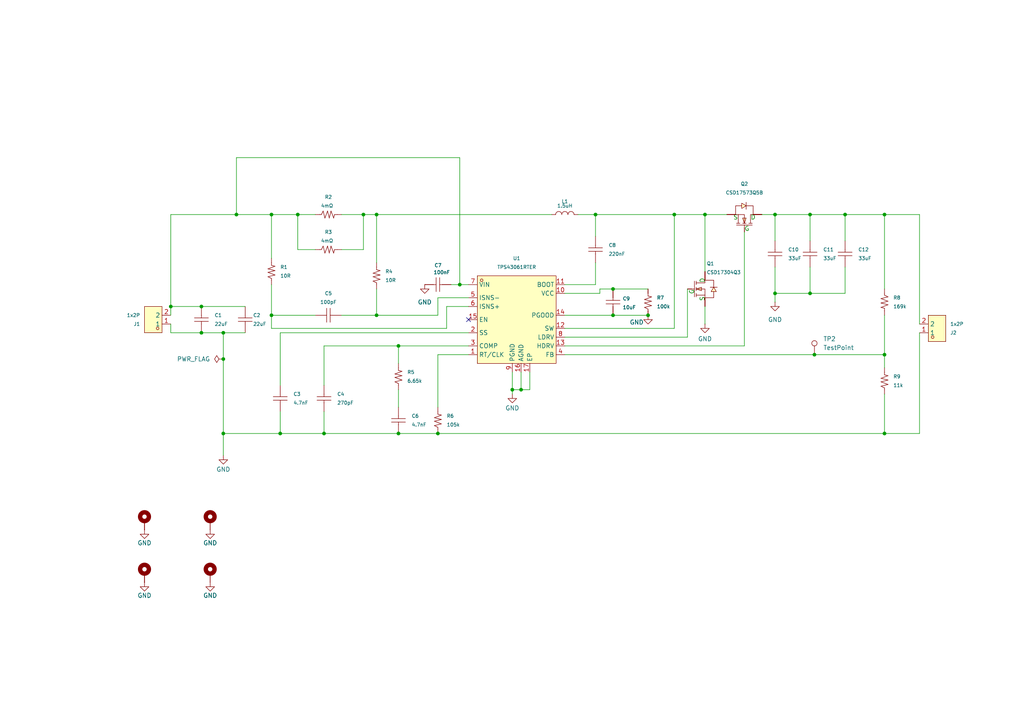
<source format=kicad_sch>
(kicad_sch
	(version 20231120)
	(generator "eeschema")
	(generator_version "8.0")
	(uuid "51dbf575-0c7c-4d87-b0c8-27db8ed574a8")
	(paper "A4")
	(lib_symbols
		(symbol "Boost_Converter:CSD17304Q3"
			(exclude_from_sim no)
			(in_bom yes)
			(on_board yes)
			(property "Reference" "Q?"
				(at 0.254 12.7 0)
				(effects
					(font
						(size 1 1)
					)
				)
			)
			(property "Value" "CSD17304Q3"
				(at 0 -16.002 0)
				(effects
					(font
						(size 1 1)
					)
				)
			)
			(property "Footprint" "Boost_Converter:VSON-CLIP-8_L3.3-W3.3-P0.65-BL"
				(at -0.254 -17.78 0)
				(effects
					(font
						(size 1 1)
					)
					(hide yes)
				)
			)
			(property "Datasheet" "https://www.lcsc.com/datasheet/lcsc_datasheet_1804171730_Texas-Instruments-CSD17304Q3_C129941.pdf"
				(at -0.254 -20.32 0)
				(effects
					(font
						(size 1 1)
					)
					(hide yes)
				)
			)
			(property "Description" "30V 7.5mΩ@8V,17A 2.7W 1.8V@250uA 1 N-Channel VSON-CLIP-8(3.3x3.3) MOSFETs ROHS"
				(at -0.254 -22.86 0)
				(effects
					(font
						(size 1 1)
					)
					(hide yes)
				)
			)
			(property "LCSC Part #" "https://www.lcsc.com/product-detail/mosfets_texas-instruments-csd17304q3_C129941.html"
				(at -0.254 -25.4 0)
				(effects
					(font
						(size 1 1)
					)
					(hide yes)
				)
			)
			(property "JLCPCB Part #" "https://jlcpcb.com/partdetail/TexasInstruments-CSD17304Q3/C129941"
				(at -0.254 -27.94 0)
				(effects
					(font
						(size 1 1)
					)
					(hide yes)
				)
			)
			(property "LCSC Part ID" "C129941"
				(at -0.254 -30.48 0)
				(effects
					(font
						(size 1 1)
					)
					(hide yes)
				)
			)
			(property "Manufacturer" "Texas Instruments "
				(at -0.254 -33.02 0)
				(effects
					(font
						(size 1 1)
					)
					(hide yes)
				)
			)
			(property "MPN" "CSD17304Q3"
				(at -0.254 -35.56 0)
				(effects
					(font
						(size 1 1)
					)
					(hide yes)
				)
			)
			(property "Mouser #" ""
				(at -0.254 -38.1 0)
				(effects
					(font
						(size 1 1)
					)
					(hide yes)
				)
			)
			(property "DigiKey Part Number" ""
				(at 0 -35.56 0)
				(effects
					(font
						(size 1 1)
					)
					(hide yes)
				)
			)
			(property "USER" ""
				(at 0 -38.1 0)
				(effects
					(font
						(size 1 1)
					)
					(hide yes)
				)
			)
			(symbol "CSD17304Q3_0_1"
				(polyline
					(pts
						(xy -5.08 0) (xy -3.05 0)
					)
					(stroke
						(width 0)
						(type default)
					)
					(fill
						(type none)
					)
				)
				(polyline
					(pts
						(xy -3.05 2.29) (xy -3.05 -2.29)
					)
					(stroke
						(width 0)
						(type default)
					)
					(fill
						(type none)
					)
				)
				(polyline
					(pts
						(xy -2.54 -2.29) (xy -2.54 -1.27)
					)
					(stroke
						(width 0)
						(type default)
					)
					(fill
						(type none)
					)
				)
				(polyline
					(pts
						(xy -2.54 -0.51) (xy -2.54 0.51)
					)
					(stroke
						(width 0)
						(type default)
					)
					(fill
						(type none)
					)
				)
				(polyline
					(pts
						(xy -2.54 2.29) (xy -2.54 1.27)
					)
					(stroke
						(width 0)
						(type default)
					)
					(fill
						(type none)
					)
				)
				(polyline
					(pts
						(xy 0 -1.78) (xy -2.54 -1.78)
					)
					(stroke
						(width 0)
						(type default)
					)
					(fill
						(type none)
					)
				)
				(polyline
					(pts
						(xy -2.54 0) (xy -1.02 -0.51) (xy -1.02 0.51) (xy -2.54 0)
					)
					(stroke
						(width 0)
						(type default)
					)
					(fill
						(type background)
					)
				)
				(polyline
					(pts
						(xy 2.54 0.51) (xy 1.78 -0.76) (xy 3.3 -0.76) (xy 2.54 0.51)
					)
					(stroke
						(width 0)
						(type default)
					)
					(fill
						(type background)
					)
				)
				(polyline
					(pts
						(xy 3.56 0.51) (xy 3.05 0.51) (xy 2.03 0.51) (xy 1.52 0.51)
					)
					(stroke
						(width 0)
						(type default)
					)
					(fill
						(type none)
					)
				)
				(polyline
					(pts
						(xy -2.54 0) (xy 0 0) (xy 0 -2.54) (xy 2.54 -2.54) (xy 2.54 -0.76)
					)
					(stroke
						(width 0)
						(type default)
					)
					(fill
						(type none)
					)
				)
				(polyline
					(pts
						(xy -2.54 1.78) (xy 0 1.78) (xy 0 2.54) (xy 2.54 2.54) (xy 2.54 0.51)
					)
					(stroke
						(width 0)
						(type default)
					)
					(fill
						(type none)
					)
				)
				(pin passive line
					(at 0 -5.08 90)
					(length 2.54)
					(name "S"
						(effects
							(font
								(size 0 0)
							)
						)
					)
					(number "1"
						(effects
							(font
								(size 0 0)
							)
						)
					)
				)
				(pin passive line
					(at 0 -5.08 90)
					(length 2.54)
					(name "S"
						(effects
							(font
								(size 0 0)
							)
						)
					)
					(number "2"
						(effects
							(font
								(size 0 0)
							)
						)
					)
				)
				(pin passive line
					(at 0 -5.08 90)
					(length 2.54)
					(name "S"
						(effects
							(font
								(size 0 0)
							)
						)
					)
					(number "3"
						(effects
							(font
								(size 0 0)
							)
						)
					)
				)
				(pin passive line
					(at 0 5.08 270)
					(length 2.54)
					(name "D"
						(effects
							(font
								(size 0 0)
							)
						)
					)
					(number "5"
						(effects
							(font
								(size 0 0)
							)
						)
					)
				)
				(pin passive line
					(at 0 5.08 270)
					(length 2.54)
					(name "D"
						(effects
							(font
								(size 0 0)
							)
						)
					)
					(number "6"
						(effects
							(font
								(size 0 0)
							)
						)
					)
				)
				(pin passive line
					(at 0 5.08 270)
					(length 2.54)
					(name "D"
						(effects
							(font
								(size 0 0)
							)
						)
					)
					(number "7"
						(effects
							(font
								(size 0 0)
							)
						)
					)
				)
				(pin passive line
					(at 0 5.08 270)
					(length 2.54)
					(name "D"
						(effects
							(font
								(size 0 0)
							)
						)
					)
					(number "8"
						(effects
							(font
								(size 0 0)
							)
						)
					)
				)
			)
			(symbol "CSD17304Q3_1_1"
				(text "D"
					(at -0.762 2.54 900)
					(effects
						(font
							(size 1.27 1.27)
							(color 0 132 0 1)
						)
					)
				)
				(text "G"
					(at -3.81 -0.762 900)
					(effects
						(font
							(size 1.27 1.27)
							(color 0 132 0 1)
						)
					)
				)
				(text "S"
					(at -0.762 -2.794 900)
					(effects
						(font
							(size 1.27 1.27)
							(color 0 132 0 1)
						)
					)
				)
				(pin passive line
					(at -5.08 0 0)
					(length 1.27)
					(name "G"
						(effects
							(font
								(size 0 0)
							)
						)
					)
					(number "4"
						(effects
							(font
								(size 0 0)
							)
						)
					)
				)
			)
		)
		(symbol "Boost_Converter:CSD17573Q5B"
			(exclude_from_sim no)
			(in_bom yes)
			(on_board yes)
			(property "Reference" "Q?"
				(at 0.254 11.176 0)
				(effects
					(font
						(size 1 1)
					)
				)
			)
			(property "Value" "CSD17573Q5B"
				(at 0 -10.922 0)
				(effects
					(font
						(size 1 1)
					)
				)
			)
			(property "Footprint" "Boost_Converter:POWERVDFN-8_L6.0-W5.0-P1.27-BL"
				(at 0 -12.7 0)
				(effects
					(font
						(size 1 1)
					)
					(hide yes)
				)
			)
			(property "Datasheet" "https://www.lcsc.com/datasheet/lcsc_datasheet_1811030412_Texas-Instruments-CSD17573Q5B_C202231.pdf"
				(at 0 -15.24 0)
				(effects
					(font
						(size 1 1)
					)
					(hide yes)
				)
			)
			(property "Description" "30V 100A 1mΩ@10V,35A 3.2W 1.8V@250uA 1 N-Channel PDFN-8(5x6) MOSFETs ROHS"
				(at 0 -17.78 0)
				(effects
					(font
						(size 1 1)
					)
					(hide yes)
				)
			)
			(property "LCSC Part #" "https://www.lcsc.com/product-detail/mosfets_texas-instruments-csd17573q5b_C202231.html"
				(at 0 -20.32 0)
				(effects
					(font
						(size 1 1)
					)
					(hide yes)
				)
			)
			(property "JLCPCB Part #" "https://jlcpcb.com/partdetail/TexasInstruments-CSD17573Q5B/C202231"
				(at 0 -22.86 0)
				(effects
					(font
						(size 1 1)
					)
					(hide yes)
				)
			)
			(property "LCSC Part ID" "C202231"
				(at 0 -25.4 0)
				(effects
					(font
						(size 1 1)
					)
					(hide yes)
				)
			)
			(property "Manufacturer" "Texas Instruments "
				(at 0 -27.94 0)
				(effects
					(font
						(size 1 1)
					)
					(hide yes)
				)
			)
			(property "MPN" "CSD17573Q5B"
				(at 0 -30.48 0)
				(effects
					(font
						(size 1 1)
					)
					(hide yes)
				)
			)
			(property "Mouser #" ""
				(at 0 -33.02 0)
				(effects
					(font
						(size 1 1)
					)
					(hide yes)
				)
			)
			(property "DigiKey Part Number" ""
				(at 0 -35.56 0)
				(effects
					(font
						(size 1 1)
					)
					(hide yes)
				)
			)
			(property "USER" ""
				(at 0 -38.1 0)
				(effects
					(font
						(size 1 1)
					)
					(hide yes)
				)
			)
			(symbol "CSD17573Q5B_0_1"
				(polyline
					(pts
						(xy -5.08 0) (xy -3.05 0)
					)
					(stroke
						(width 0)
						(type default)
					)
					(fill
						(type none)
					)
				)
				(polyline
					(pts
						(xy -3.05 2.29) (xy -3.05 -2.29)
					)
					(stroke
						(width 0)
						(type default)
					)
					(fill
						(type none)
					)
				)
				(polyline
					(pts
						(xy -2.54 -2.29) (xy -2.54 -1.27)
					)
					(stroke
						(width 0)
						(type default)
					)
					(fill
						(type none)
					)
				)
				(polyline
					(pts
						(xy -2.54 -0.51) (xy -2.54 0.51)
					)
					(stroke
						(width 0)
						(type default)
					)
					(fill
						(type none)
					)
				)
				(polyline
					(pts
						(xy -2.54 2.29) (xy -2.54 1.27)
					)
					(stroke
						(width 0)
						(type default)
					)
					(fill
						(type none)
					)
				)
				(polyline
					(pts
						(xy 0 -1.78) (xy -2.54 -1.78)
					)
					(stroke
						(width 0)
						(type default)
					)
					(fill
						(type none)
					)
				)
				(polyline
					(pts
						(xy -2.54 0) (xy -1.02 -0.51) (xy -1.02 0.51) (xy -2.54 0)
					)
					(stroke
						(width 0)
						(type default)
					)
					(fill
						(type background)
					)
				)
				(polyline
					(pts
						(xy 2.54 0.51) (xy 1.78 -0.76) (xy 3.3 -0.76) (xy 2.54 0.51)
					)
					(stroke
						(width 0)
						(type default)
					)
					(fill
						(type background)
					)
				)
				(polyline
					(pts
						(xy 3.56 0.51) (xy 3.05 0.51) (xy 2.03 0.51) (xy 1.52 0.51)
					)
					(stroke
						(width 0)
						(type default)
					)
					(fill
						(type none)
					)
				)
				(polyline
					(pts
						(xy -2.54 0) (xy 0 0) (xy 0 -2.54) (xy 2.54 -2.54) (xy 2.54 -0.76)
					)
					(stroke
						(width 0)
						(type default)
					)
					(fill
						(type none)
					)
				)
				(polyline
					(pts
						(xy -2.54 1.78) (xy 0 1.78) (xy 0 2.54) (xy 2.54 2.54) (xy 2.54 0.51)
					)
					(stroke
						(width 0)
						(type default)
					)
					(fill
						(type none)
					)
				)
				(pin passive line
					(at 0 -5.08 90)
					(length 2.54)
					(name "S"
						(effects
							(font
								(size 0 0)
							)
						)
					)
					(number "1"
						(effects
							(font
								(size 0 0)
							)
						)
					)
				)
				(pin passive line
					(at 0 -5.08 90)
					(length 2.54)
					(name "S"
						(effects
							(font
								(size 0 0)
							)
						)
					)
					(number "2"
						(effects
							(font
								(size 0 0)
							)
						)
					)
				)
				(pin passive line
					(at 0 -5.08 90)
					(length 2.54)
					(name "S"
						(effects
							(font
								(size 0 0)
							)
						)
					)
					(number "3"
						(effects
							(font
								(size 0 0)
							)
						)
					)
				)
				(pin passive line
					(at -5.08 0 0)
					(length 1.27)
					(name "G"
						(effects
							(font
								(size 0 0)
							)
						)
					)
					(number "4"
						(effects
							(font
								(size 0 0)
							)
						)
					)
				)
				(pin passive line
					(at 0 5.08 270)
					(length 2.54)
					(name "D"
						(effects
							(font
								(size 0 0)
							)
						)
					)
					(number "5"
						(effects
							(font
								(size 0 0)
							)
						)
					)
				)
				(pin passive line
					(at 0 5.08 270)
					(length 2.54)
					(name "D"
						(effects
							(font
								(size 0 0)
							)
						)
					)
					(number "6"
						(effects
							(font
								(size 0 0)
							)
						)
					)
				)
				(pin passive line
					(at 0 5.08 270)
					(length 2.54)
					(name "D"
						(effects
							(font
								(size 0 0)
							)
						)
					)
					(number "7"
						(effects
							(font
								(size 0 0)
							)
						)
					)
				)
				(pin passive line
					(at 0 5.08 270)
					(length 2.54)
					(name "D"
						(effects
							(font
								(size 0 0)
							)
						)
					)
					(number "8"
						(effects
							(font
								(size 0 0)
							)
						)
					)
				)
				(pin passive line
					(at 0 5.08 270)
					(length 2.54)
					(name "D"
						(effects
							(font
								(size 0 0)
							)
						)
					)
					(number "9"
						(effects
							(font
								(size 0 0)
							)
						)
					)
				)
			)
			(symbol "CSD17573Q5B_1_1"
				(text "D"
					(at -0.762 2.54 900)
					(effects
						(font
							(size 1.27 1.27)
							(color 0 132 0 1)
						)
					)
				)
				(text "G"
					(at -4.064 0.762 900)
					(effects
						(font
							(size 1.27 1.27)
							(color 0 132 0 1)
						)
					)
				)
				(text "S"
					(at -0.762 -2.54 900)
					(effects
						(font
							(size 1.27 1.27)
							(color 0 132 0 1)
						)
					)
				)
			)
		)
		(symbol "Boost_Converter:TPS43061RTER"
			(exclude_from_sim no)
			(in_bom yes)
			(on_board yes)
			(property "Reference" "U?"
				(at 0 15.24 0)
				(effects
					(font
						(size 1 1)
					)
				)
			)
			(property "Value" "TPS43061RTER"
				(at -0.254 -22.352 0)
				(effects
					(font
						(size 1 1)
					)
				)
			)
			(property "Footprint" "Boost_Converter:WQFN-16_L3.0-W3.0-P0.50-BL-EP"
				(at -0.254 -24.892 0)
				(effects
					(font
						(size 1 1)
					)
					(hide yes)
				)
			)
			(property "Datasheet" "https://www.lcsc.com/datasheet/lcsc_datasheet_2005161834_Texas-Instruments-TPS43061RTER_C527683.pdf"
				(at -0.254 -27.432 0)
				(effects
					(font
						(size 1 1)
					)
					(hide yes)
				)
			)
			(property "Description" "Boost type 4.5V~38V WQFN-16-EP(3x3) DC-DC Converters ROHS"
				(at -0.254 -29.972 0)
				(effects
					(font
						(size 1 1)
					)
					(hide yes)
				)
			)
			(property "LCSC Part #" "https://www.lcsc.com/product-detail/dc-dc-converters_texas-instruments-tps43061rter_C527683.html"
				(at -0.254 -32.512 0)
				(effects
					(font
						(size 1 1)
					)
					(hide yes)
				)
			)
			(property "JLCPCB Part #" "https://jlcpcb.com/partdetail/TexasInstruments-TPS43061RTER/C527683"
				(at -0.254 -35.052 0)
				(effects
					(font
						(size 1 1)
					)
					(hide yes)
				)
			)
			(property "LCSC Part ID" "C527683"
				(at -0.254 -37.592 0)
				(effects
					(font
						(size 1 1)
					)
					(hide yes)
				)
			)
			(property "Manufacturer" "Texas Instruments "
				(at -0.254 -40.132 0)
				(effects
					(font
						(size 1 1)
					)
					(hide yes)
				)
			)
			(property "MPN" "TPS43061RTER"
				(at -0.254 -42.672 0)
				(effects
					(font
						(size 1 1)
					)
					(hide yes)
				)
			)
			(property "Mouser #" ""
				(at -0.254 -45.212 0)
				(effects
					(font
						(size 1 1)
					)
					(hide yes)
				)
			)
			(property "DigiKey Part Number" ""
				(at -0.254 -47.752 0)
				(effects
					(font
						(size 1 1)
					)
					(hide yes)
				)
			)
			(property "USER" ""
				(at -0.254 -50.292 0)
				(effects
					(font
						(size 1 1)
					)
					(hide yes)
				)
			)
			(symbol "TPS43061RTER_0_1"
				(rectangle
					(start -11.43 12.7)
					(end 11.43 -12.7)
					(stroke
						(width 0)
						(type default)
					)
					(fill
						(type background)
					)
				)
				(circle
					(center -10.16 11.43)
					(radius 0.38)
					(stroke
						(width 0)
						(type default)
					)
					(fill
						(type none)
					)
				)
				(pin passive line
					(at -13.97 -10.16 0)
					(length 2.54)
					(name "RT/CLK"
						(effects
							(font
								(size 1.27 1.27)
							)
						)
					)
					(number "1"
						(effects
							(font
								(size 1.27 1.27)
							)
						)
					)
				)
				(pin passive line
					(at 13.97 7.62 180)
					(length 2.54)
					(name "VCC"
						(effects
							(font
								(size 1.27 1.27)
							)
						)
					)
					(number "10"
						(effects
							(font
								(size 1.27 1.27)
							)
						)
					)
				)
				(pin passive line
					(at 13.97 10.16 180)
					(length 2.54)
					(name "BOOT"
						(effects
							(font
								(size 1.27 1.27)
							)
						)
					)
					(number "11"
						(effects
							(font
								(size 1.27 1.27)
							)
						)
					)
				)
				(pin passive line
					(at 13.97 -2.54 180)
					(length 2.54)
					(name "SW"
						(effects
							(font
								(size 1.27 1.27)
							)
						)
					)
					(number "12"
						(effects
							(font
								(size 1.27 1.27)
							)
						)
					)
				)
				(pin passive line
					(at 13.97 -7.62 180)
					(length 2.54)
					(name "HDRV"
						(effects
							(font
								(size 1.27 1.27)
							)
						)
					)
					(number "13"
						(effects
							(font
								(size 1.27 1.27)
							)
						)
					)
				)
				(pin passive line
					(at 13.97 1.27 180)
					(length 2.54)
					(name "PGOOD"
						(effects
							(font
								(size 1.27 1.27)
							)
						)
					)
					(number "14"
						(effects
							(font
								(size 1.27 1.27)
							)
						)
					)
				)
				(pin passive line
					(at -13.97 0 0)
					(length 2.54)
					(name "EN"
						(effects
							(font
								(size 1.27 1.27)
							)
						)
					)
					(number "15"
						(effects
							(font
								(size 1.27 1.27)
							)
						)
					)
				)
				(pin passive line
					(at 1.27 -15.24 90)
					(length 2.54)
					(name "AGND"
						(effects
							(font
								(size 1.27 1.27)
							)
						)
					)
					(number "16"
						(effects
							(font
								(size 1.27 1.27)
							)
						)
					)
				)
				(pin passive line
					(at 3.81 -15.24 90)
					(length 2.54)
					(name "EP"
						(effects
							(font
								(size 1.27 1.27)
							)
						)
					)
					(number "17"
						(effects
							(font
								(size 1.27 1.27)
							)
						)
					)
				)
				(pin passive line
					(at -13.97 -3.81 0)
					(length 2.54)
					(name "SS"
						(effects
							(font
								(size 1.27 1.27)
							)
						)
					)
					(number "2"
						(effects
							(font
								(size 1.27 1.27)
							)
						)
					)
				)
				(pin passive line
					(at -13.97 -7.62 0)
					(length 2.54)
					(name "COMP"
						(effects
							(font
								(size 1.27 1.27)
							)
						)
					)
					(number "3"
						(effects
							(font
								(size 1.27 1.27)
							)
						)
					)
				)
				(pin passive line
					(at 13.97 -10.16 180)
					(length 2.54)
					(name "FB"
						(effects
							(font
								(size 1.27 1.27)
							)
						)
					)
					(number "4"
						(effects
							(font
								(size 1.27 1.27)
							)
						)
					)
				)
				(pin passive line
					(at -13.97 6.35 0)
					(length 2.54)
					(name "ISNS-"
						(effects
							(font
								(size 1.27 1.27)
							)
						)
					)
					(number "5"
						(effects
							(font
								(size 1.27 1.27)
							)
						)
					)
				)
				(pin passive line
					(at -13.97 3.81 0)
					(length 2.54)
					(name "ISNS+"
						(effects
							(font
								(size 1.27 1.27)
							)
						)
					)
					(number "6"
						(effects
							(font
								(size 1.27 1.27)
							)
						)
					)
				)
				(pin passive line
					(at -13.97 10.16 0)
					(length 2.54)
					(name "VIN"
						(effects
							(font
								(size 1.27 1.27)
							)
						)
					)
					(number "7"
						(effects
							(font
								(size 1.27 1.27)
							)
						)
					)
				)
				(pin passive line
					(at 13.97 -5.08 180)
					(length 2.54)
					(name "LDRV"
						(effects
							(font
								(size 1.27 1.27)
							)
						)
					)
					(number "8"
						(effects
							(font
								(size 1.27 1.27)
							)
						)
					)
				)
				(pin passive line
					(at -1.27 -15.24 90)
					(length 2.54)
					(name "PGND"
						(effects
							(font
								(size 1.27 1.27)
							)
						)
					)
					(number "9"
						(effects
							(font
								(size 1.27 1.27)
							)
						)
					)
				)
			)
		)
		(symbol "Connector:TestPoint"
			(pin_numbers hide)
			(pin_names
				(offset 0.762) hide)
			(exclude_from_sim no)
			(in_bom yes)
			(on_board yes)
			(property "Reference" "TP"
				(at 0 6.858 0)
				(effects
					(font
						(size 1.27 1.27)
					)
				)
			)
			(property "Value" "TestPoint"
				(at 0 5.08 0)
				(effects
					(font
						(size 1.27 1.27)
					)
				)
			)
			(property "Footprint" ""
				(at 5.08 0 0)
				(effects
					(font
						(size 1.27 1.27)
					)
					(hide yes)
				)
			)
			(property "Datasheet" "~"
				(at 5.08 0 0)
				(effects
					(font
						(size 1.27 1.27)
					)
					(hide yes)
				)
			)
			(property "Description" "test point"
				(at 0 0 0)
				(effects
					(font
						(size 1.27 1.27)
					)
					(hide yes)
				)
			)
			(property "ki_keywords" "test point tp"
				(at 0 0 0)
				(effects
					(font
						(size 1.27 1.27)
					)
					(hide yes)
				)
			)
			(property "ki_fp_filters" "Pin* Test*"
				(at 0 0 0)
				(effects
					(font
						(size 1.27 1.27)
					)
					(hide yes)
				)
			)
			(symbol "TestPoint_0_1"
				(circle
					(center 0 3.302)
					(radius 0.762)
					(stroke
						(width 0)
						(type default)
					)
					(fill
						(type none)
					)
				)
			)
			(symbol "TestPoint_1_1"
				(pin passive line
					(at 0 0 90)
					(length 2.54)
					(name "1"
						(effects
							(font
								(size 1.27 1.27)
							)
						)
					)
					(number "1"
						(effects
							(font
								(size 1.27 1.27)
							)
						)
					)
				)
			)
		)
		(symbol "GT_Capacitor:SMD Capacitor Non Polar"
			(exclude_from_sim no)
			(in_bom yes)
			(on_board yes)
			(property "Reference" "C?"
				(at 0 3.302 0)
				(effects
					(font
						(size 1 1)
					)
				)
			)
			(property "Value" ""
				(at 0 -5.08 0)
				(effects
					(font
						(size 1 1)
					)
				)
			)
			(property "Footprint" ""
				(at 0 -7.62 0)
				(effects
					(font
						(size 1.27 1.27)
					)
					(hide yes)
				)
			)
			(property "Datasheet" ""
				(at 0 -10.16 0)
				(effects
					(font
						(size 1.27 1.27)
					)
					(hide yes)
				)
			)
			(property "Description" ""
				(at 0 -12.7 0)
				(effects
					(font
						(size 1.27 1.27)
					)
					(hide yes)
				)
			)
			(property "LCSC Part #" ""
				(at 0 -15.24 0)
				(effects
					(font
						(size 1.27 1.27)
					)
					(hide yes)
				)
			)
			(property "JLCPCB Part #" ""
				(at 0 -17.78 0)
				(effects
					(font
						(size 1.27 1.27)
					)
					(hide yes)
				)
			)
			(property "LCSC Part ID" ""
				(at 0 -20.32 0)
				(effects
					(font
						(size 1.27 1.27)
					)
					(hide yes)
				)
			)
			(property "Manufacturer" ""
				(at 0 -22.86 0)
				(effects
					(font
						(size 1.27 1.27)
					)
					(hide yes)
				)
			)
			(property "MPN" ""
				(at 0 -25.4 0)
				(effects
					(font
						(size 1.27 1.27)
					)
					(hide yes)
				)
			)
			(property "Mouser #" ""
				(at 0 -27.94 0)
				(effects
					(font
						(size 1.27 1.27)
					)
					(hide yes)
				)
			)
			(property "DigiKey Part Number" ""
				(at 0 -30.48 0)
				(effects
					(font
						(size 1.27 1.27)
					)
					(hide yes)
				)
			)
			(property "USER" ""
				(at 0 -33.02 0)
				(effects
					(font
						(size 1.27 1.27)
					)
					(hide yes)
				)
			)
			(symbol "SMD Capacitor Non Polar_1_0"
				(polyline
					(pts
						(xy -1.27 0) (xy -0.508 0)
					)
					(stroke
						(width 0)
						(type default)
					)
					(fill
						(type none)
					)
				)
				(polyline
					(pts
						(xy -0.508 2.032) (xy -0.508 -2.032)
					)
					(stroke
						(width 0)
						(type default)
					)
					(fill
						(type none)
					)
				)
				(polyline
					(pts
						(xy 0.508 0) (xy 1.27 0)
					)
					(stroke
						(width 0)
						(type default)
					)
					(fill
						(type none)
					)
				)
				(polyline
					(pts
						(xy 0.508 2.032) (xy 0.508 -2.032)
					)
					(stroke
						(width 0)
						(type default)
					)
					(fill
						(type none)
					)
				)
				(pin passive line
					(at -3.81 0 0)
					(length 2.54)
					(name "1"
						(effects
							(font
								(size 0 0)
							)
						)
					)
					(number "1"
						(effects
							(font
								(size 0 0)
							)
						)
					)
				)
				(pin passive line
					(at 3.81 0 180)
					(length 2.54)
					(name "2"
						(effects
							(font
								(size 0 0)
							)
						)
					)
					(number "2"
						(effects
							(font
								(size 0 0)
							)
						)
					)
				)
			)
		)
		(symbol "GT_Inductor:SMD Inductor"
			(exclude_from_sim no)
			(in_bom yes)
			(on_board yes)
			(property "Reference" "L?"
				(at 0 2.54 0)
				(effects
					(font
						(size 1 1)
					)
				)
			)
			(property "Value" ""
				(at 0 -5.08 0)
				(effects
					(font
						(size 1 1)
					)
				)
			)
			(property "Footprint" ""
				(at 0 -7.62 0)
				(effects
					(font
						(size 1.27 1.27)
					)
					(hide yes)
				)
			)
			(property "Datasheet" ""
				(at 0 -10.16 0)
				(effects
					(font
						(size 1.27 1.27)
					)
					(hide yes)
				)
			)
			(property "Description" ""
				(at 0 -12.7 0)
				(effects
					(font
						(size 1.27 1.27)
					)
					(hide yes)
				)
			)
			(property "LCSC Part #" ""
				(at 0 -15.24 0)
				(effects
					(font
						(size 1.27 1.27)
					)
					(hide yes)
				)
			)
			(property "JLCPCB Part #" ""
				(at 0 -17.78 0)
				(effects
					(font
						(size 1.27 1.27)
					)
					(hide yes)
				)
			)
			(property "LCSC Part ID" ""
				(at 0 -20.32 0)
				(effects
					(font
						(size 1.27 1.27)
					)
					(hide yes)
				)
			)
			(property "Manufacturer" ""
				(at 0 -22.86 0)
				(effects
					(font
						(size 1.27 1.27)
					)
					(hide yes)
				)
			)
			(property "MPN" ""
				(at 0 -25.4 0)
				(effects
					(font
						(size 1.27 1.27)
					)
					(hide yes)
				)
			)
			(property "Mouser #" ""
				(at 0 -27.94 0)
				(effects
					(font
						(size 1.27 1.27)
					)
					(hide yes)
				)
			)
			(property "DigiKey Part Number" ""
				(at 0 -30.48 0)
				(effects
					(font
						(size 1.27 1.27)
					)
					(hide yes)
				)
			)
			(property "USER" ""
				(at 0 -33.02 0)
				(effects
					(font
						(size 1.27 1.27)
					)
					(hide yes)
				)
			)
			(symbol "SMD Inductor_1_0"
				(arc
					(start -0.889 0)
					(mid -1.778 0.889)
					(end -2.667 0)
					(stroke
						(width 0)
						(type default)
					)
					(fill
						(type none)
					)
				)
				(arc
					(start 0.889 -0.0001)
					(mid 0.0001 0.889)
					(end -0.889 0.0002)
					(stroke
						(width 0)
						(type default)
					)
					(fill
						(type none)
					)
				)
				(arc
					(start 2.667 -0.0001)
					(mid 1.7781 0.889)
					(end 0.889 0.0002)
					(stroke
						(width 0)
						(type default)
					)
					(fill
						(type none)
					)
				)
				(pin passive line
					(at -3.81 0 0)
					(length 1.143)
					(name "1"
						(effects
							(font
								(size 0 0)
							)
						)
					)
					(number "1"
						(effects
							(font
								(size 0 0)
							)
						)
					)
				)
				(pin passive line
					(at 3.81 0 180)
					(length 1.143)
					(name "2"
						(effects
							(font
								(size 0 0)
							)
						)
					)
					(number "2"
						(effects
							(font
								(size 0 0)
							)
						)
					)
				)
			)
		)
		(symbol "GT_Resistor:SMD Resistor"
			(exclude_from_sim no)
			(in_bom yes)
			(on_board yes)
			(property "Reference" "R?"
				(at 0 5.08 0)
				(effects
					(font
						(size 1 1)
					)
				)
			)
			(property "Value" ""
				(at 0 -5.08 0)
				(effects
					(font
						(size 1 1)
					)
				)
			)
			(property "Footprint" ""
				(at 0 -7.62 0)
				(effects
					(font
						(size 1.27 1.27)
					)
					(hide yes)
				)
			)
			(property "Datasheet" ""
				(at 0 -10.16 0)
				(effects
					(font
						(size 1.27 1.27)
					)
					(hide yes)
				)
			)
			(property "Description" ""
				(at 0 -12.7 0)
				(effects
					(font
						(size 1.27 1.27)
					)
					(hide yes)
				)
			)
			(property "LCSC Part #" ""
				(at 0 -15.24 0)
				(effects
					(font
						(size 1.27 1.27)
					)
					(hide yes)
				)
			)
			(property "JLCPCB Part #" ""
				(at 0 -17.78 0)
				(effects
					(font
						(size 1.27 1.27)
					)
					(hide yes)
				)
			)
			(property "LCSC Part ID" ""
				(at 0 -20.32 0)
				(effects
					(font
						(size 1.27 1.27)
					)
					(hide yes)
				)
			)
			(property "Manufacturer" ""
				(at 0 -22.86 0)
				(effects
					(font
						(size 1.27 1.27)
					)
					(hide yes)
				)
			)
			(property "MPN" ""
				(at 0 -25.4 0)
				(effects
					(font
						(size 1.27 1.27)
					)
					(hide yes)
				)
			)
			(property "Mouser #" ""
				(at 0 -27.94 0)
				(effects
					(font
						(size 1.27 1.27)
					)
					(hide yes)
				)
			)
			(property "DigiKey Part Number" ""
				(at 0 -30.48 0)
				(effects
					(font
						(size 1.27 1.27)
					)
					(hide yes)
				)
			)
			(property "USER" ""
				(at 0 -33.02 0)
				(effects
					(font
						(size 1.27 1.27)
					)
					(hide yes)
				)
			)
			(symbol "SMD Resistor_0_1"
				(polyline
					(pts
						(xy -2.032 0) (xy -2.54 0)
					)
					(stroke
						(width 0)
						(type default)
					)
					(fill
						(type none)
					)
				)
				(polyline
					(pts
						(xy 1.778 0) (xy 2.54 0)
					)
					(stroke
						(width 0)
						(type default)
					)
					(fill
						(type none)
					)
				)
			)
			(symbol "SMD Resistor_1_0"
				(polyline
					(pts
						(xy -2.032 0) (xy -1.524 1.016)
					)
					(stroke
						(width 0)
						(type default)
					)
					(fill
						(type none)
					)
				)
				(polyline
					(pts
						(xy -1.524 1.016) (xy -1.016 -1.016)
					)
					(stroke
						(width 0)
						(type default)
					)
					(fill
						(type none)
					)
				)
				(polyline
					(pts
						(xy -1.016 -1.016) (xy -0.254 1.016)
					)
					(stroke
						(width 0)
						(type default)
					)
					(fill
						(type none)
					)
				)
				(polyline
					(pts
						(xy -0.254 1.016) (xy 0.254 -1.016)
					)
					(stroke
						(width 0)
						(type default)
					)
					(fill
						(type none)
					)
				)
				(polyline
					(pts
						(xy 0.254 -1.016) (xy 0.762 1.016)
					)
					(stroke
						(width 0)
						(type default)
					)
					(fill
						(type none)
					)
				)
				(polyline
					(pts
						(xy 0.762 1.016) (xy 1.524 -1.016)
					)
					(stroke
						(width 0)
						(type default)
					)
					(fill
						(type none)
					)
				)
				(polyline
					(pts
						(xy 1.524 -1.016) (xy 1.778 0)
					)
					(stroke
						(width 0)
						(type default)
					)
					(fill
						(type none)
					)
				)
				(pin passive line
					(at -3.81 0 0)
					(length 1.27)
					(name "1"
						(effects
							(font
								(size 0 0)
							)
						)
					)
					(number "1"
						(effects
							(font
								(size 0 0)
							)
						)
					)
				)
				(pin passive line
					(at 3.81 0 180)
					(length 1.27)
					(name "2"
						(effects
							(font
								(size 0 0)
							)
						)
					)
					(number "2"
						(effects
							(font
								(size 0 0)
							)
						)
					)
				)
			)
		)
		(symbol "GT_Screw-Terminal-Blocks:ST-Plugin,5.08mm-2P"
			(exclude_from_sim no)
			(in_bom yes)
			(on_board yes)
			(property "Reference" "J?"
				(at 0 5.08 0)
				(effects
					(font
						(size 1 1)
					)
				)
			)
			(property "Value" "1x2P"
				(at 0 -5.08 0)
				(effects
					(font
						(size 1 1)
					)
				)
			)
			(property "Footprint" "GT_Connectors:ST-2P-Plugin,P=5.08mm"
				(at 0 -7.62 0)
				(effects
					(font
						(size 1.27 1.27)
					)
					(hide yes)
				)
			)
			(property "Datasheet" ""
				(at 0 -10.16 0)
				(effects
					(font
						(size 1.27 1.27)
					)
					(hide yes)
				)
			)
			(property "Description" ""
				(at 0 -12.7 0)
				(effects
					(font
						(size 1.27 1.27)
					)
					(hide yes)
				)
			)
			(property "LCSC Part #" ""
				(at 0 -15.24 0)
				(effects
					(font
						(size 1.27 1.27)
					)
					(hide yes)
				)
			)
			(property "JLCPCB Part #" ""
				(at 0 -17.78 0)
				(effects
					(font
						(size 1.27 1.27)
					)
					(hide yes)
				)
			)
			(property "LCSC Part ID" ""
				(at 0 -20.32 0)
				(effects
					(font
						(size 1.27 1.27)
					)
					(hide yes)
				)
			)
			(property "Manufacturer" ""
				(at 0 -22.86 0)
				(effects
					(font
						(size 1.27 1.27)
					)
					(hide yes)
				)
			)
			(property "MPN" ""
				(at 0 -25.4 0)
				(effects
					(font
						(size 1.27 1.27)
					)
					(hide yes)
				)
			)
			(property "Mouser #" ""
				(at 0 -27.94 0)
				(effects
					(font
						(size 1.27 1.27)
					)
					(hide yes)
				)
			)
			(property "DigiKey Part Number" ""
				(at 0 -30.48 0)
				(effects
					(font
						(size 1.27 1.27)
					)
					(hide yes)
				)
			)
			(property "USER" ""
				(at 0 -33.02 0)
				(effects
					(font
						(size 1.27 1.27)
					)
					(hide yes)
				)
			)
			(symbol "ST-Plugin,5.08mm-2P_1_0"
				(rectangle
					(start -2.54 3.81)
					(end 2.54 -3.81)
					(stroke
						(width 0)
						(type default)
					)
					(fill
						(type background)
					)
				)
				(circle
					(center -1.27 2.54)
					(radius 0.381)
					(stroke
						(width 0)
						(type default)
					)
					(fill
						(type none)
					)
				)
				(pin passive line
					(at -5.08 1.27 0)
					(length 2.54)
					(name "1"
						(effects
							(font
								(size 1.27 1.27)
							)
						)
					)
					(number "1"
						(effects
							(font
								(size 1.27 1.27)
							)
						)
					)
				)
				(pin passive line
					(at -5.08 -1.27 0)
					(length 2.54)
					(name "2"
						(effects
							(font
								(size 1.27 1.27)
							)
						)
					)
					(number "2"
						(effects
							(font
								(size 1.27 1.27)
							)
						)
					)
				)
			)
		)
		(symbol "Mechanical:MountingHole_Pad"
			(pin_numbers hide)
			(pin_names
				(offset 1.016) hide)
			(exclude_from_sim yes)
			(in_bom no)
			(on_board yes)
			(property "Reference" "H"
				(at 0 6.35 0)
				(effects
					(font
						(size 1.27 1.27)
					)
				)
			)
			(property "Value" "MountingHole_Pad"
				(at 0 4.445 0)
				(effects
					(font
						(size 1.27 1.27)
					)
				)
			)
			(property "Footprint" ""
				(at 0 0 0)
				(effects
					(font
						(size 1.27 1.27)
					)
					(hide yes)
				)
			)
			(property "Datasheet" "~"
				(at 0 0 0)
				(effects
					(font
						(size 1.27 1.27)
					)
					(hide yes)
				)
			)
			(property "Description" "Mounting Hole with connection"
				(at 0 0 0)
				(effects
					(font
						(size 1.27 1.27)
					)
					(hide yes)
				)
			)
			(property "ki_keywords" "mounting hole"
				(at 0 0 0)
				(effects
					(font
						(size 1.27 1.27)
					)
					(hide yes)
				)
			)
			(property "ki_fp_filters" "MountingHole*Pad*"
				(at 0 0 0)
				(effects
					(font
						(size 1.27 1.27)
					)
					(hide yes)
				)
			)
			(symbol "MountingHole_Pad_0_1"
				(circle
					(center 0 1.27)
					(radius 1.27)
					(stroke
						(width 1.27)
						(type default)
					)
					(fill
						(type none)
					)
				)
			)
			(symbol "MountingHole_Pad_1_1"
				(pin input line
					(at 0 -2.54 90)
					(length 2.54)
					(name "1"
						(effects
							(font
								(size 1.27 1.27)
							)
						)
					)
					(number "1"
						(effects
							(font
								(size 1.27 1.27)
							)
						)
					)
				)
			)
		)
		(symbol "power:GND"
			(power)
			(pin_numbers hide)
			(pin_names
				(offset 0) hide)
			(exclude_from_sim no)
			(in_bom yes)
			(on_board yes)
			(property "Reference" "#PWR"
				(at 0 -6.35 0)
				(effects
					(font
						(size 1.27 1.27)
					)
					(hide yes)
				)
			)
			(property "Value" "GND"
				(at 0 -3.81 0)
				(effects
					(font
						(size 1.27 1.27)
					)
				)
			)
			(property "Footprint" ""
				(at 0 0 0)
				(effects
					(font
						(size 1.27 1.27)
					)
					(hide yes)
				)
			)
			(property "Datasheet" ""
				(at 0 0 0)
				(effects
					(font
						(size 1.27 1.27)
					)
					(hide yes)
				)
			)
			(property "Description" "Power symbol creates a global label with name \"GND\" , ground"
				(at 0 0 0)
				(effects
					(font
						(size 1.27 1.27)
					)
					(hide yes)
				)
			)
			(property "ki_keywords" "global power"
				(at 0 0 0)
				(effects
					(font
						(size 1.27 1.27)
					)
					(hide yes)
				)
			)
			(symbol "GND_0_1"
				(polyline
					(pts
						(xy 0 0) (xy 0 -1.27) (xy 1.27 -1.27) (xy 0 -2.54) (xy -1.27 -1.27) (xy 0 -1.27)
					)
					(stroke
						(width 0)
						(type default)
					)
					(fill
						(type none)
					)
				)
			)
			(symbol "GND_1_1"
				(pin power_in line
					(at 0 0 270)
					(length 0)
					(name "~"
						(effects
							(font
								(size 1.27 1.27)
							)
						)
					)
					(number "1"
						(effects
							(font
								(size 1.27 1.27)
							)
						)
					)
				)
			)
		)
		(symbol "power:PWR_FLAG"
			(power)
			(pin_numbers hide)
			(pin_names
				(offset 0) hide)
			(exclude_from_sim no)
			(in_bom yes)
			(on_board yes)
			(property "Reference" "#FLG"
				(at 0 1.905 0)
				(effects
					(font
						(size 1.27 1.27)
					)
					(hide yes)
				)
			)
			(property "Value" "PWR_FLAG"
				(at 0 3.81 0)
				(effects
					(font
						(size 1.27 1.27)
					)
				)
			)
			(property "Footprint" ""
				(at 0 0 0)
				(effects
					(font
						(size 1.27 1.27)
					)
					(hide yes)
				)
			)
			(property "Datasheet" "~"
				(at 0 0 0)
				(effects
					(font
						(size 1.27 1.27)
					)
					(hide yes)
				)
			)
			(property "Description" "Special symbol for telling ERC where power comes from"
				(at 0 0 0)
				(effects
					(font
						(size 1.27 1.27)
					)
					(hide yes)
				)
			)
			(property "ki_keywords" "flag power"
				(at 0 0 0)
				(effects
					(font
						(size 1.27 1.27)
					)
					(hide yes)
				)
			)
			(symbol "PWR_FLAG_0_0"
				(pin power_out line
					(at 0 0 90)
					(length 0)
					(name "~"
						(effects
							(font
								(size 1.27 1.27)
							)
						)
					)
					(number "1"
						(effects
							(font
								(size 1.27 1.27)
							)
						)
					)
				)
			)
			(symbol "PWR_FLAG_0_1"
				(polyline
					(pts
						(xy 0 0) (xy 0 1.27) (xy -1.016 1.905) (xy 0 2.54) (xy 1.016 1.905) (xy 0 1.27)
					)
					(stroke
						(width 0)
						(type default)
					)
					(fill
						(type none)
					)
				)
			)
		)
	)
	(junction
		(at 115.57 125.73)
		(diameter 0)
		(color 0 0 0 0)
		(uuid "079e69ac-295e-4084-b1d6-cba79c9cf5a2")
	)
	(junction
		(at 64.77 96.52)
		(diameter 0)
		(color 0 0 0 0)
		(uuid "083859c1-b507-4c19-a003-535db2d814d3")
	)
	(junction
		(at 64.77 125.73)
		(diameter 0)
		(color 0 0 0 0)
		(uuid "0c58d9f7-78f4-440f-b5b5-9af88d79dc55")
	)
	(junction
		(at 224.79 85.09)
		(diameter 0)
		(color 0 0 0 0)
		(uuid "126d7f33-4eef-4c39-9f7f-ab2ce44f6a17")
	)
	(junction
		(at 234.95 62.23)
		(diameter 0)
		(color 0 0 0 0)
		(uuid "12be29ba-5285-4399-87c4-342ed5c015f0")
	)
	(junction
		(at 78.74 62.23)
		(diameter 0)
		(color 0 0 0 0)
		(uuid "13d7aa8d-6aa7-45ac-89b4-f49fc1f1fc00")
	)
	(junction
		(at 256.54 102.87)
		(diameter 0)
		(color 0 0 0 0)
		(uuid "27b61b53-5a51-4a9e-a1d7-14ca79cde51d")
	)
	(junction
		(at 177.8 91.44)
		(diameter 0)
		(color 0 0 0 0)
		(uuid "284ddaf7-0841-42ee-989c-cb2488a36319")
	)
	(junction
		(at 58.42 88.9)
		(diameter 0)
		(color 0 0 0 0)
		(uuid "2cec1230-e5ff-481d-9554-8ee41c88378a")
	)
	(junction
		(at 93.98 125.73)
		(diameter 0)
		(color 0 0 0 0)
		(uuid "2da35d38-9ae1-414c-8557-c0ec02f2c72e")
	)
	(junction
		(at 115.57 100.33)
		(diameter 0)
		(color 0 0 0 0)
		(uuid "31f39897-9fb2-43aa-a0dc-4dd36c37e10e")
	)
	(junction
		(at 81.28 125.73)
		(diameter 0)
		(color 0 0 0 0)
		(uuid "324ab5f8-3a97-44eb-bfdc-f9d704ba6723")
	)
	(junction
		(at 177.8 83.82)
		(diameter 0)
		(color 0 0 0 0)
		(uuid "3fc0ada0-9f80-444a-96e3-295c07bd7793")
	)
	(junction
		(at 256.54 125.73)
		(diameter 0)
		(color 0 0 0 0)
		(uuid "42aab3b8-4493-4a41-8607-133dbd695c02")
	)
	(junction
		(at 86.36 62.23)
		(diameter 0)
		(color 0 0 0 0)
		(uuid "4810ac89-3996-4657-a75f-1eede2b17237")
	)
	(junction
		(at 105.41 62.23)
		(diameter 0)
		(color 0 0 0 0)
		(uuid "4824f412-4bad-4994-980d-5a27ec4d2604")
	)
	(junction
		(at 78.74 91.44)
		(diameter 0)
		(color 0 0 0 0)
		(uuid "4a51cdce-ab01-41e7-a2d6-ebdcd4880e79")
	)
	(junction
		(at 224.79 62.23)
		(diameter 0)
		(color 0 0 0 0)
		(uuid "4f35b9be-1992-4c02-aeff-56e87c6a20b8")
	)
	(junction
		(at 256.54 62.23)
		(diameter 0)
		(color 0 0 0 0)
		(uuid "52e9377d-de3d-47cd-bf52-77abfb445584")
	)
	(junction
		(at 109.22 62.23)
		(diameter 0)
		(color 0 0 0 0)
		(uuid "5e1bc5e2-74e3-42cc-a7c0-141cda60d494")
	)
	(junction
		(at 58.42 96.52)
		(diameter 0)
		(color 0 0 0 0)
		(uuid "633c9fe1-e926-4489-b013-15a0f186eb3b")
	)
	(junction
		(at 148.59 113.03)
		(diameter 0)
		(color 0 0 0 0)
		(uuid "6662e298-0e6e-4b4a-ba16-b89f4c812ba3")
	)
	(junction
		(at 236.22 102.87)
		(diameter 0)
		(color 0 0 0 0)
		(uuid "6b64a244-dfb5-480e-9e6b-a1969eb6de5f")
	)
	(junction
		(at 195.58 62.23)
		(diameter 0)
		(color 0 0 0 0)
		(uuid "75eab429-dcdb-4d42-a49c-80129f7ad59e")
	)
	(junction
		(at 245.11 62.23)
		(diameter 0)
		(color 0 0 0 0)
		(uuid "86e5ae42-82f9-48a4-a540-86276541f5b2")
	)
	(junction
		(at 49.53 88.9)
		(diameter 0)
		(color 0 0 0 0)
		(uuid "a4fc5c0b-9281-460d-90c6-d48256d2dd52")
	)
	(junction
		(at 204.47 62.23)
		(diameter 0)
		(color 0 0 0 0)
		(uuid "a792992e-95d7-470d-b196-66c6b7bdff79")
	)
	(junction
		(at 187.96 91.44)
		(diameter 0)
		(color 0 0 0 0)
		(uuid "b268dcd5-80c5-4f15-9753-2b3e66f4c895")
	)
	(junction
		(at 151.13 113.03)
		(diameter 0)
		(color 0 0 0 0)
		(uuid "b3dc4b07-745b-4ec2-be2f-b0b04b0991d2")
	)
	(junction
		(at 64.77 104.14)
		(diameter 0)
		(color 0 0 0 0)
		(uuid "d3915569-8257-4449-a951-6b896ee49c48")
	)
	(junction
		(at 127 125.73)
		(diameter 0)
		(color 0 0 0 0)
		(uuid "d5aae630-def8-4039-b153-bbbf80bd4c96")
	)
	(junction
		(at 172.72 62.23)
		(diameter 0)
		(color 0 0 0 0)
		(uuid "dc7fd85a-707f-4573-bfed-1e7ec0723538")
	)
	(junction
		(at 68.58 62.23)
		(diameter 0)
		(color 0 0 0 0)
		(uuid "ebb72863-aaff-4fde-86c7-eb6d4060ee8d")
	)
	(junction
		(at 109.22 91.44)
		(diameter 0)
		(color 0 0 0 0)
		(uuid "f2c1faac-4d48-4069-9f81-579935e2dc89")
	)
	(junction
		(at 133.35 82.55)
		(diameter 0)
		(color 0 0 0 0)
		(uuid "f4179cd2-e148-4695-ae90-1f890eb8fdd0")
	)
	(junction
		(at 234.95 85.09)
		(diameter 0)
		(color 0 0 0 0)
		(uuid "fbcbb90e-00e6-424e-932c-36497eca1f4d")
	)
	(no_connect
		(at 135.89 92.71)
		(uuid "3d3e0beb-9e8c-4fd8-ac0e-cbbcc7f39e85")
	)
	(wire
		(pts
			(xy 78.74 95.25) (xy 78.74 91.44)
		)
		(stroke
			(width 0)
			(type default)
		)
		(uuid "0158113a-e639-4bb6-9ff1-8d052e9322a9")
	)
	(wire
		(pts
			(xy 151.13 113.03) (xy 148.59 113.03)
		)
		(stroke
			(width 0)
			(type default)
		)
		(uuid "024d4000-bf89-4dff-bbcb-01acb7f51908")
	)
	(wire
		(pts
			(xy 172.72 76.2) (xy 172.72 82.55)
		)
		(stroke
			(width 0)
			(type default)
		)
		(uuid "0582e22c-1b0f-42f6-a9e7-095c40989c34")
	)
	(wire
		(pts
			(xy 109.22 62.23) (xy 160.02 62.23)
		)
		(stroke
			(width 0)
			(type default)
		)
		(uuid "05e95d55-55bc-463c-aea3-d0757f9d98f2")
	)
	(wire
		(pts
			(xy 148.59 107.95) (xy 148.59 113.03)
		)
		(stroke
			(width 0)
			(type default)
		)
		(uuid "07373299-23e0-4840-b0dc-d3243c0f569d")
	)
	(wire
		(pts
			(xy 78.74 62.23) (xy 78.74 74.93)
		)
		(stroke
			(width 0)
			(type default)
		)
		(uuid "08b01ca0-1501-4011-a58c-b293c6c503f8")
	)
	(wire
		(pts
			(xy 58.42 96.52) (xy 64.77 96.52)
		)
		(stroke
			(width 0)
			(type default)
		)
		(uuid "0b113e8a-fe84-4cd6-b10c-2465a8824b6a")
	)
	(wire
		(pts
			(xy 130.81 82.55) (xy 133.35 82.55)
		)
		(stroke
			(width 0)
			(type default)
		)
		(uuid "0ba097da-944f-4ddd-aded-8318c67d3eef")
	)
	(wire
		(pts
			(xy 195.58 95.25) (xy 195.58 62.23)
		)
		(stroke
			(width 0)
			(type default)
		)
		(uuid "0ca6b781-2b35-4bc9-990b-3d6ed7e665a6")
	)
	(wire
		(pts
			(xy 153.67 113.03) (xy 151.13 113.03)
		)
		(stroke
			(width 0)
			(type default)
		)
		(uuid "0ce5f6f3-3516-47d8-b131-a60936b39c4c")
	)
	(wire
		(pts
			(xy 115.57 113.03) (xy 115.57 118.11)
		)
		(stroke
			(width 0)
			(type default)
		)
		(uuid "0cfe1986-a57e-4414-b44d-95a152d9fe55")
	)
	(wire
		(pts
			(xy 224.79 62.23) (xy 224.79 69.85)
		)
		(stroke
			(width 0)
			(type default)
		)
		(uuid "103fc858-204f-444e-b825-bf5a2bc584a9")
	)
	(wire
		(pts
			(xy 245.11 62.23) (xy 256.54 62.23)
		)
		(stroke
			(width 0)
			(type default)
		)
		(uuid "10a17587-9348-40d7-a36d-0eec6c09261d")
	)
	(wire
		(pts
			(xy 78.74 91.44) (xy 91.44 91.44)
		)
		(stroke
			(width 0)
			(type default)
		)
		(uuid "11a04cc2-1c39-47cf-bfcb-4c2de5a5b187")
	)
	(wire
		(pts
			(xy 163.83 91.44) (xy 177.8 91.44)
		)
		(stroke
			(width 0)
			(type default)
		)
		(uuid "13a082f4-3f90-43fb-ba42-bd3bffe13e16")
	)
	(wire
		(pts
			(xy 167.64 62.23) (xy 172.72 62.23)
		)
		(stroke
			(width 0)
			(type default)
		)
		(uuid "14218b36-f9e8-469b-a195-b61b77b8e7ca")
	)
	(wire
		(pts
			(xy 266.7 62.23) (xy 266.7 93.98)
		)
		(stroke
			(width 0)
			(type default)
		)
		(uuid "17338714-fa1c-4aa3-8c9f-e227254aadd8")
	)
	(wire
		(pts
			(xy 172.72 82.55) (xy 163.83 82.55)
		)
		(stroke
			(width 0)
			(type default)
		)
		(uuid "1ab76abf-8533-4bd6-9a55-1b8c6cc062f9")
	)
	(wire
		(pts
			(xy 234.95 62.23) (xy 234.95 69.85)
		)
		(stroke
			(width 0)
			(type default)
		)
		(uuid "1bd57352-27b7-490b-a8f8-79840d870876")
	)
	(wire
		(pts
			(xy 64.77 96.52) (xy 71.12 96.52)
		)
		(stroke
			(width 0)
			(type default)
		)
		(uuid "1d814598-873b-4695-aa0d-66089d4cff7b")
	)
	(wire
		(pts
			(xy 68.58 62.23) (xy 49.53 62.23)
		)
		(stroke
			(width 0)
			(type default)
		)
		(uuid "1f482c88-7a37-4ce4-a19e-27e919a5e194")
	)
	(wire
		(pts
			(xy 127 102.87) (xy 135.89 102.87)
		)
		(stroke
			(width 0)
			(type default)
		)
		(uuid "22be884a-9457-4fa5-a9f3-1a083182286c")
	)
	(wire
		(pts
			(xy 49.53 96.52) (xy 49.53 93.98)
		)
		(stroke
			(width 0)
			(type default)
		)
		(uuid "25571f0e-3db1-41f7-9f7f-68dd6c2c6544")
	)
	(wire
		(pts
			(xy 93.98 100.33) (xy 115.57 100.33)
		)
		(stroke
			(width 0)
			(type default)
		)
		(uuid "29c018e2-9bf1-4fcf-9a79-18838b25c5a8")
	)
	(wire
		(pts
			(xy 115.57 100.33) (xy 135.89 100.33)
		)
		(stroke
			(width 0)
			(type default)
		)
		(uuid "2ef0a5cb-5489-4775-9cf7-95bb46d9fb7d")
	)
	(wire
		(pts
			(xy 78.74 62.23) (xy 68.58 62.23)
		)
		(stroke
			(width 0)
			(type default)
		)
		(uuid "3120c26d-617c-4d0d-99ea-10731bda7774")
	)
	(wire
		(pts
			(xy 199.39 83.82) (xy 199.39 97.79)
		)
		(stroke
			(width 0)
			(type default)
		)
		(uuid "3180e4a4-12ed-473f-9490-e25866f22b5e")
	)
	(wire
		(pts
			(xy 172.72 62.23) (xy 172.72 68.58)
		)
		(stroke
			(width 0)
			(type default)
		)
		(uuid "31afadb7-3e07-466a-af3f-7d77828eca82")
	)
	(wire
		(pts
			(xy 64.77 125.73) (xy 81.28 125.73)
		)
		(stroke
			(width 0)
			(type default)
		)
		(uuid "34060f18-5200-47fe-888d-1f5cd3861eaa")
	)
	(wire
		(pts
			(xy 129.54 88.9) (xy 129.54 95.25)
		)
		(stroke
			(width 0)
			(type default)
		)
		(uuid "34dab5b5-05c4-4948-abc3-83fb082d438d")
	)
	(wire
		(pts
			(xy 199.39 97.79) (xy 163.83 97.79)
		)
		(stroke
			(width 0)
			(type default)
		)
		(uuid "368c36c3-938f-4d8f-a686-7dc3fb227f90")
	)
	(wire
		(pts
			(xy 129.54 95.25) (xy 78.74 95.25)
		)
		(stroke
			(width 0)
			(type default)
		)
		(uuid "3bb9e1ee-886b-4891-a7b7-90edc212e525")
	)
	(wire
		(pts
			(xy 236.22 102.87) (xy 256.54 102.87)
		)
		(stroke
			(width 0)
			(type default)
		)
		(uuid "4a3ed7ef-9e7f-4a6a-a384-53d0c25a7d07")
	)
	(wire
		(pts
			(xy 81.28 125.73) (xy 93.98 125.73)
		)
		(stroke
			(width 0)
			(type default)
		)
		(uuid "4b11f7b1-cea2-40bf-ad2e-caa42abc6770")
	)
	(wire
		(pts
			(xy 133.35 82.55) (xy 133.35 45.72)
		)
		(stroke
			(width 0)
			(type default)
		)
		(uuid "4cb8aa52-0aba-4490-9b89-60b074b53bf2")
	)
	(wire
		(pts
			(xy 64.77 104.14) (xy 64.77 125.73)
		)
		(stroke
			(width 0)
			(type default)
		)
		(uuid "51c24848-f5a6-4968-ab65-0df5781c7485")
	)
	(wire
		(pts
			(xy 49.53 62.23) (xy 49.53 88.9)
		)
		(stroke
			(width 0)
			(type default)
		)
		(uuid "51f18fa9-e362-42b1-b978-374f26697a67")
	)
	(wire
		(pts
			(xy 105.41 62.23) (xy 109.22 62.23)
		)
		(stroke
			(width 0)
			(type default)
		)
		(uuid "52d88b6e-8b9e-49ff-93a1-d3960fb89358")
	)
	(wire
		(pts
			(xy 163.83 102.87) (xy 236.22 102.87)
		)
		(stroke
			(width 0)
			(type default)
		)
		(uuid "57416076-6921-425c-8239-4e83f1e5f7c4")
	)
	(wire
		(pts
			(xy 195.58 62.23) (xy 204.47 62.23)
		)
		(stroke
			(width 0)
			(type default)
		)
		(uuid "59f67241-d564-4d3d-85da-f9fc02e90ccb")
	)
	(wire
		(pts
			(xy 204.47 62.23) (xy 204.47 78.74)
		)
		(stroke
			(width 0)
			(type default)
		)
		(uuid "5c2bf7e4-b578-4c3d-93c4-4b5b655965fb")
	)
	(wire
		(pts
			(xy 81.28 111.76) (xy 81.28 96.52)
		)
		(stroke
			(width 0)
			(type default)
		)
		(uuid "5c61da5e-e38a-437e-a575-a886a94384bd")
	)
	(wire
		(pts
			(xy 224.79 85.09) (xy 224.79 87.63)
		)
		(stroke
			(width 0)
			(type default)
		)
		(uuid "5f3bce62-fc50-459b-8b33-67a7f11d3399")
	)
	(wire
		(pts
			(xy 109.22 62.23) (xy 109.22 76.2)
		)
		(stroke
			(width 0)
			(type default)
		)
		(uuid "60b2e3be-4909-451c-a233-f1b496ac05c1")
	)
	(wire
		(pts
			(xy 173.99 83.82) (xy 177.8 83.82)
		)
		(stroke
			(width 0)
			(type default)
		)
		(uuid "617ef6de-f6da-4948-b0d0-512720fdcaa3")
	)
	(wire
		(pts
			(xy 93.98 111.76) (xy 93.98 100.33)
		)
		(stroke
			(width 0)
			(type default)
		)
		(uuid "65cbbf05-5aab-4e89-90cd-c8fd0a3ea384")
	)
	(wire
		(pts
			(xy 86.36 72.39) (xy 91.44 72.39)
		)
		(stroke
			(width 0)
			(type default)
		)
		(uuid "66bcb3f5-53eb-446f-8a76-5d83efbb75b0")
	)
	(wire
		(pts
			(xy 127 118.11) (xy 127 102.87)
		)
		(stroke
			(width 0)
			(type default)
		)
		(uuid "69f2bd86-97fc-4174-ab4b-efcef360ebae")
	)
	(wire
		(pts
			(xy 127 86.36) (xy 127 91.44)
		)
		(stroke
			(width 0)
			(type default)
		)
		(uuid "7013c423-37e2-4cab-8d79-0bb3887bfbea")
	)
	(wire
		(pts
			(xy 81.28 96.52) (xy 135.89 96.52)
		)
		(stroke
			(width 0)
			(type default)
		)
		(uuid "7043502a-ef5d-411e-aa3a-08268014aaf9")
	)
	(wire
		(pts
			(xy 172.72 62.23) (xy 195.58 62.23)
		)
		(stroke
			(width 0)
			(type default)
		)
		(uuid "73cad904-f9a8-473e-ae91-5a83459baa28")
	)
	(wire
		(pts
			(xy 163.83 85.09) (xy 173.99 85.09)
		)
		(stroke
			(width 0)
			(type default)
		)
		(uuid "75004e60-e9ff-4b67-9010-10e58452cffd")
	)
	(wire
		(pts
			(xy 81.28 119.38) (xy 81.28 125.73)
		)
		(stroke
			(width 0)
			(type default)
		)
		(uuid "75615e55-c050-40a9-bffc-f57e511f6d5e")
	)
	(wire
		(pts
			(xy 115.57 105.41) (xy 115.57 100.33)
		)
		(stroke
			(width 0)
			(type default)
		)
		(uuid "76ea9865-b04c-41ed-a6d4-ae5e10856b16")
	)
	(wire
		(pts
			(xy 135.89 88.9) (xy 129.54 88.9)
		)
		(stroke
			(width 0)
			(type default)
		)
		(uuid "79303e7a-341e-4349-8367-10625391c368")
	)
	(wire
		(pts
			(xy 245.11 77.47) (xy 245.11 85.09)
		)
		(stroke
			(width 0)
			(type default)
		)
		(uuid "79e7be6a-4fb4-4868-9153-1d357e86869c")
	)
	(wire
		(pts
			(xy 93.98 119.38) (xy 93.98 125.73)
		)
		(stroke
			(width 0)
			(type default)
		)
		(uuid "7a086c7a-3edd-4fc0-9ebb-1f37159796b7")
	)
	(wire
		(pts
			(xy 99.06 62.23) (xy 105.41 62.23)
		)
		(stroke
			(width 0)
			(type default)
		)
		(uuid "7a2b557a-6b87-4b55-9f61-48891ac32862")
	)
	(wire
		(pts
			(xy 256.54 114.3) (xy 256.54 125.73)
		)
		(stroke
			(width 0)
			(type default)
		)
		(uuid "7efd2ea5-4f76-4866-9b10-6a9c8e7f5681")
	)
	(wire
		(pts
			(xy 177.8 83.82) (xy 187.96 83.82)
		)
		(stroke
			(width 0)
			(type default)
		)
		(uuid "85a6fc8f-d80f-41d4-a8fa-804031baeb75")
	)
	(wire
		(pts
			(xy 234.95 85.09) (xy 224.79 85.09)
		)
		(stroke
			(width 0)
			(type default)
		)
		(uuid "86448ab7-6fee-4b52-ab25-554bb130c84b")
	)
	(wire
		(pts
			(xy 177.8 91.44) (xy 187.96 91.44)
		)
		(stroke
			(width 0)
			(type default)
		)
		(uuid "86c0030a-6f81-4443-b019-1b5c5f795c7b")
	)
	(wire
		(pts
			(xy 153.67 107.95) (xy 153.67 113.03)
		)
		(stroke
			(width 0)
			(type default)
		)
		(uuid "8a34eb18-d5dd-46c8-b55a-cfde6d07a137")
	)
	(wire
		(pts
			(xy 245.11 85.09) (xy 234.95 85.09)
		)
		(stroke
			(width 0)
			(type default)
		)
		(uuid "8c4281e2-bb5c-4a27-a29c-22a4c56a2336")
	)
	(wire
		(pts
			(xy 133.35 45.72) (xy 68.58 45.72)
		)
		(stroke
			(width 0)
			(type default)
		)
		(uuid "9234c308-a4be-4503-922c-e9c99c66ad9c")
	)
	(wire
		(pts
			(xy 256.54 102.87) (xy 256.54 106.68)
		)
		(stroke
			(width 0)
			(type default)
		)
		(uuid "953718b1-305e-4ccd-b907-799fd6d078b9")
	)
	(wire
		(pts
			(xy 204.47 88.9) (xy 204.47 93.98)
		)
		(stroke
			(width 0)
			(type default)
		)
		(uuid "96524933-b74f-4b45-b260-2b8ba26c39be")
	)
	(wire
		(pts
			(xy 163.83 95.25) (xy 195.58 95.25)
		)
		(stroke
			(width 0)
			(type default)
		)
		(uuid "971415ea-b75d-4764-9d26-37ee0c6f78b9")
	)
	(wire
		(pts
			(xy 256.54 91.44) (xy 256.54 102.87)
		)
		(stroke
			(width 0)
			(type default)
		)
		(uuid "9842291d-bda5-498b-9c7f-86189c1a03b3")
	)
	(wire
		(pts
			(xy 234.95 62.23) (xy 245.11 62.23)
		)
		(stroke
			(width 0)
			(type default)
		)
		(uuid "98fa2911-7e3f-4de9-b759-83099a360b7b")
	)
	(wire
		(pts
			(xy 109.22 91.44) (xy 109.22 83.82)
		)
		(stroke
			(width 0)
			(type default)
		)
		(uuid "9d7c43fc-6a3f-4b61-a35c-b06dcf22df29")
	)
	(wire
		(pts
			(xy 105.41 72.39) (xy 105.41 62.23)
		)
		(stroke
			(width 0)
			(type default)
		)
		(uuid "9e68f6f7-5896-4196-b7db-9eb48c27420b")
	)
	(wire
		(pts
			(xy 99.06 72.39) (xy 105.41 72.39)
		)
		(stroke
			(width 0)
			(type default)
		)
		(uuid "a0afcd71-741b-44da-bfd1-cdd943445b2e")
	)
	(wire
		(pts
			(xy 135.89 86.36) (xy 127 86.36)
		)
		(stroke
			(width 0)
			(type default)
		)
		(uuid "a67fb00f-17f6-4bbd-ad92-43cbe171962a")
	)
	(wire
		(pts
			(xy 133.35 82.55) (xy 135.89 82.55)
		)
		(stroke
			(width 0)
			(type default)
		)
		(uuid "a788a916-2bf6-4165-85ed-72f9d3ef65e2")
	)
	(wire
		(pts
			(xy 256.54 62.23) (xy 266.7 62.23)
		)
		(stroke
			(width 0)
			(type default)
		)
		(uuid "ab08d338-c205-49be-8bed-d78c631fb301")
	)
	(wire
		(pts
			(xy 91.44 62.23) (xy 86.36 62.23)
		)
		(stroke
			(width 0)
			(type default)
		)
		(uuid "ab351494-656f-4392-b236-2d9cdbd86f55")
	)
	(wire
		(pts
			(xy 86.36 62.23) (xy 78.74 62.23)
		)
		(stroke
			(width 0)
			(type default)
		)
		(uuid "ab603f31-ecac-457a-9af0-776cd9b78304")
	)
	(wire
		(pts
			(xy 68.58 45.72) (xy 68.58 62.23)
		)
		(stroke
			(width 0)
			(type default)
		)
		(uuid "abde8295-8bf5-40c4-b213-ecb50dca7f60")
	)
	(wire
		(pts
			(xy 256.54 62.23) (xy 256.54 83.82)
		)
		(stroke
			(width 0)
			(type default)
		)
		(uuid "afdd3282-d06e-474e-837a-5885701ade9f")
	)
	(wire
		(pts
			(xy 86.36 62.23) (xy 86.36 72.39)
		)
		(stroke
			(width 0)
			(type default)
		)
		(uuid "b3605348-9274-4cf2-928e-63b8e415c36e")
	)
	(wire
		(pts
			(xy 204.47 62.23) (xy 210.82 62.23)
		)
		(stroke
			(width 0)
			(type default)
		)
		(uuid "b4589080-e4d1-4874-87d7-1cb443582312")
	)
	(wire
		(pts
			(xy 58.42 88.9) (xy 71.12 88.9)
		)
		(stroke
			(width 0)
			(type default)
		)
		(uuid "b5b5f65d-c0cb-419c-b416-da3501a953df")
	)
	(wire
		(pts
			(xy 93.98 125.73) (xy 115.57 125.73)
		)
		(stroke
			(width 0)
			(type default)
		)
		(uuid "b5dea821-2823-4803-bace-2104b6e7bf34")
	)
	(wire
		(pts
			(xy 215.9 67.31) (xy 215.9 100.33)
		)
		(stroke
			(width 0)
			(type default)
		)
		(uuid "c915b5d0-ae4f-42af-968c-b0c0e4ac506c")
	)
	(wire
		(pts
			(xy 266.7 96.52) (xy 266.7 125.73)
		)
		(stroke
			(width 0)
			(type default)
		)
		(uuid "cdaaf1a3-c07e-49a0-90a2-ab4eb3d99fa2")
	)
	(wire
		(pts
			(xy 49.53 88.9) (xy 58.42 88.9)
		)
		(stroke
			(width 0)
			(type default)
		)
		(uuid "cdf057a6-1f97-4beb-a259-4b048e3ab0d1")
	)
	(wire
		(pts
			(xy 49.53 91.44) (xy 49.53 88.9)
		)
		(stroke
			(width 0)
			(type default)
		)
		(uuid "d4029a7b-eb66-424e-9fa8-8bc58969a3ae")
	)
	(wire
		(pts
			(xy 151.13 107.95) (xy 151.13 113.03)
		)
		(stroke
			(width 0)
			(type default)
		)
		(uuid "d4424965-5f58-4432-96b3-95598ae0268e")
	)
	(wire
		(pts
			(xy 224.79 62.23) (xy 234.95 62.23)
		)
		(stroke
			(width 0)
			(type default)
		)
		(uuid "d4bbe3a1-db0c-42e1-bc71-b84bbef4ed0c")
	)
	(wire
		(pts
			(xy 173.99 85.09) (xy 173.99 83.82)
		)
		(stroke
			(width 0)
			(type default)
		)
		(uuid "dc834392-e691-4d82-8875-391e60c967a7")
	)
	(wire
		(pts
			(xy 78.74 82.55) (xy 78.74 91.44)
		)
		(stroke
			(width 0)
			(type default)
		)
		(uuid "df52e776-e2f5-4787-86e2-cdbae575affb")
	)
	(wire
		(pts
			(xy 148.59 113.03) (xy 148.59 114.3)
		)
		(stroke
			(width 0)
			(type default)
		)
		(uuid "e45abbef-763d-4578-b234-eaa042ddffbf")
	)
	(wire
		(pts
			(xy 64.77 96.52) (xy 64.77 104.14)
		)
		(stroke
			(width 0)
			(type default)
		)
		(uuid "e8db175b-a3c5-42f4-a9d1-577030fcd0ea")
	)
	(wire
		(pts
			(xy 215.9 100.33) (xy 163.83 100.33)
		)
		(stroke
			(width 0)
			(type default)
		)
		(uuid "eacc41ec-c198-4407-a73d-e980ad338316")
	)
	(wire
		(pts
			(xy 127 125.73) (xy 256.54 125.73)
		)
		(stroke
			(width 0)
			(type default)
		)
		(uuid "ec6d6871-43e0-458f-9c44-ac8666aa2d3a")
	)
	(wire
		(pts
			(xy 220.98 62.23) (xy 224.79 62.23)
		)
		(stroke
			(width 0)
			(type default)
		)
		(uuid "ee05e3d7-6b67-4a8f-9ff5-8d1f7043e15b")
	)
	(wire
		(pts
			(xy 245.11 62.23) (xy 245.11 69.85)
		)
		(stroke
			(width 0)
			(type default)
		)
		(uuid "f1492932-bbf5-4c90-8ac4-6454319d0101")
	)
	(wire
		(pts
			(xy 64.77 125.73) (xy 64.77 132.08)
		)
		(stroke
			(width 0)
			(type default)
		)
		(uuid "f293ad86-8b5e-4303-af6c-466e95a173d4")
	)
	(wire
		(pts
			(xy 234.95 77.47) (xy 234.95 85.09)
		)
		(stroke
			(width 0)
			(type default)
		)
		(uuid "f3b8668c-3807-475e-8bc4-35d818fbd7dc")
	)
	(wire
		(pts
			(xy 115.57 125.73) (xy 127 125.73)
		)
		(stroke
			(width 0)
			(type default)
		)
		(uuid "f4308134-8cef-4c89-b0e0-357ec919a517")
	)
	(wire
		(pts
			(xy 58.42 96.52) (xy 49.53 96.52)
		)
		(stroke
			(width 0)
			(type default)
		)
		(uuid "f7774afa-e3a2-4645-b9d0-a751c3f53bf5")
	)
	(wire
		(pts
			(xy 266.7 125.73) (xy 256.54 125.73)
		)
		(stroke
			(width 0)
			(type default)
		)
		(uuid "fa9cb55f-41bf-4ccb-b167-e0b3cb4d9b9f")
	)
	(wire
		(pts
			(xy 99.06 91.44) (xy 109.22 91.44)
		)
		(stroke
			(width 0)
			(type default)
		)
		(uuid "fc0a046c-4548-472b-8be5-e1e37bcd885b")
	)
	(wire
		(pts
			(xy 127 91.44) (xy 109.22 91.44)
		)
		(stroke
			(width 0)
			(type default)
		)
		(uuid "fca623d9-c1c1-4a9a-8b4f-4b9903e7e183")
	)
	(wire
		(pts
			(xy 224.79 77.47) (xy 224.79 85.09)
		)
		(stroke
			(width 0)
			(type default)
		)
		(uuid "ffb3d935-7267-4488-837f-26433532d319")
	)
	(symbol
		(lib_id "power:GND")
		(at 41.91 153.67 0)
		(unit 1)
		(exclude_from_sim no)
		(in_bom yes)
		(on_board yes)
		(dnp no)
		(uuid "03b7602e-7dc7-49ea-9f22-4d2513b8ff5c")
		(property "Reference" "#PWR07"
			(at 41.91 160.02 0)
			(effects
				(font
					(size 1.27 1.27)
				)
				(hide yes)
			)
		)
		(property "Value" "GND"
			(at 41.91 157.48 0)
			(effects
				(font
					(size 1.27 1.27)
				)
			)
		)
		(property "Footprint" ""
			(at 41.91 153.67 0)
			(effects
				(font
					(size 1.27 1.27)
				)
				(hide yes)
			)
		)
		(property "Datasheet" ""
			(at 41.91 153.67 0)
			(effects
				(font
					(size 1.27 1.27)
				)
				(hide yes)
			)
		)
		(property "Description" "Power symbol creates a global label with name \"GND\" , ground"
			(at 41.91 153.67 0)
			(effects
				(font
					(size 1.27 1.27)
				)
				(hide yes)
			)
		)
		(pin "1"
			(uuid "dda022c6-bae3-4815-907f-475a7cba1497")
		)
		(instances
			(project "Boost_Converter"
				(path "/51dbf575-0c7c-4d87-b0c8-27db8ed574a8"
					(reference "#PWR07")
					(unit 1)
				)
			)
		)
	)
	(symbol
		(lib_id "GT_Capacitor:SMD Capacitor Non Polar")
		(at 224.79 73.66 90)
		(unit 1)
		(exclude_from_sim no)
		(in_bom yes)
		(on_board yes)
		(dnp no)
		(fields_autoplaced yes)
		(uuid "0e7297f0-082c-4b3c-ad60-a0aeedc35824")
		(property "Reference" "C10"
			(at 228.6 72.39 90)
			(effects
				(font
					(size 1 1)
				)
				(justify right)
			)
		)
		(property "Value" "33uF"
			(at 228.6 74.93 90)
			(effects
				(font
					(size 1 1)
				)
				(justify right)
			)
		)
		(property "Footprint" "GT_Capacitor:C1206"
			(at 232.41 73.66 0)
			(effects
				(font
					(size 1.27 1.27)
				)
				(hide yes)
			)
		)
		(property "Datasheet" "https://www.lcsc.com/datasheet/lcsc_datasheet_2304140030_TDK-C3216X5R1E336MT000E_C342307.pdf"
			(at 234.95 73.66 0)
			(effects
				(font
					(size 1.27 1.27)
				)
				(hide yes)
			)
		)
		(property "Description" "25V 33uF X5R ±20% 1206 Multilayer Ceramic Capacitors MLCC - SMD\\u002FSMT ROHS"
			(at 237.49 73.66 0)
			(effects
				(font
					(size 1.27 1.27)
				)
				(hide yes)
			)
		)
		(property "LCSC Part #" "https://www.lcsc.com/product-detail/multilayer-ceramic-capacitors-mlcc-smd-smt_tdk-c3216x5r1e336mt000e_C342307.html"
			(at 240.03 73.66 0)
			(effects
				(font
					(size 1.27 1.27)
				)
				(hide yes)
			)
		)
		(property "JLCPCB Part #" "https://jlcpcb.com/partdetail/Tdk-C3216X5R1E336MT000E/C342307"
			(at 242.57 73.66 0)
			(effects
				(font
					(size 1.27 1.27)
				)
				(hide yes)
			)
		)
		(property "LCSC Part ID" "C342307"
			(at 245.11 73.66 0)
			(effects
				(font
					(size 1.27 1.27)
				)
				(hide yes)
			)
		)
		(property "Manufacturer" "Tdk "
			(at 247.65 73.66 0)
			(effects
				(font
					(size 1.27 1.27)
				)
				(hide yes)
			)
		)
		(property "MPN" "C3216X5R1E336MT000E"
			(at 250.19 73.66 0)
			(effects
				(font
					(size 1.27 1.27)
				)
				(hide yes)
			)
		)
		(property "Mouser #" ""
			(at 252.73 73.66 0)
			(effects
				(font
					(size 1.27 1.27)
				)
				(hide yes)
			)
		)
		(property "DigiKey Part Number" ""
			(at 255.27 73.66 0)
			(effects
				(font
					(size 1.27 1.27)
				)
				(hide yes)
			)
		)
		(property "USER" ""
			(at 257.81 73.66 0)
			(effects
				(font
					(size 1.27 1.27)
				)
				(hide yes)
			)
		)
		(pin "1"
			(uuid "7b50acc8-bbcd-48e6-87fe-1aa1940cd6eb")
		)
		(pin "2"
			(uuid "5a2a92bc-c8e5-4349-8c0a-04865e8a55e9")
		)
		(instances
			(project "Boost_Converter"
				(path "/51dbf575-0c7c-4d87-b0c8-27db8ed574a8"
					(reference "C10")
					(unit 1)
				)
			)
		)
	)
	(symbol
		(lib_id "GT_Capacitor:SMD Capacitor Non Polar")
		(at 127 82.55 180)
		(unit 1)
		(exclude_from_sim no)
		(in_bom yes)
		(on_board yes)
		(dnp no)
		(uuid "15f6e674-a97c-4c38-812c-96e59efca6b6")
		(property "Reference" "C7"
			(at 125.984 76.962 0)
			(effects
				(font
					(size 1 1)
				)
				(justify right)
			)
		)
		(property "Value" "100nF"
			(at 125.73 78.994 0)
			(effects
				(font
					(size 1 1)
				)
				(justify right)
			)
		)
		(property "Footprint" "GT_Capacitor:C0603"
			(at 127 74.93 0)
			(effects
				(font
					(size 1.27 1.27)
				)
				(hide yes)
			)
		)
		(property "Datasheet" "https://www.lcsc.com/datasheet/lcsc_datasheet_2211101700_YAGEO-CC0603KRX7R9BB104_C14663.pdf"
			(at 127 72.39 0)
			(effects
				(font
					(size 1.27 1.27)
				)
				(hide yes)
			)
		)
		(property "Description" "50V 100nF X7R ±10% 0603 Multilayer Ceramic Capacitors MLCC - SMD\\u002FSMT ROHS"
			(at 127 69.85 0)
			(effects
				(font
					(size 1.27 1.27)
				)
				(hide yes)
			)
		)
		(property "LCSC Part #" "https://www.lcsc.com/product-detail/multilayer-ceramic-capacitors-mlcc-smd-smt_yageo-cc0603krx7r9bb104_C14663.html"
			(at 127 67.31 0)
			(effects
				(font
					(size 1.27 1.27)
				)
				(hide yes)
			)
		)
		(property "JLCPCB Part #" "https://jlcpcb.com/partdetail/Yageo-CC0603KRX7R9BB104/C14663"
			(at 127 64.77 0)
			(effects
				(font
					(size 1.27 1.27)
				)
				(hide yes)
			)
		)
		(property "LCSC Part ID" "C14663"
			(at 127 62.23 0)
			(effects
				(font
					(size 1.27 1.27)
				)
				(hide yes)
			)
		)
		(property "Manufacturer" "Yageo "
			(at 127 59.69 0)
			(effects
				(font
					(size 1.27 1.27)
				)
				(hide yes)
			)
		)
		(property "MPN" "CC0603KRX7R9BB104"
			(at 127 57.15 0)
			(effects
				(font
					(size 1.27 1.27)
				)
				(hide yes)
			)
		)
		(property "Mouser #" ""
			(at 127 54.61 0)
			(effects
				(font
					(size 1.27 1.27)
				)
				(hide yes)
			)
		)
		(property "DigiKey Part Number" ""
			(at 127 52.07 0)
			(effects
				(font
					(size 1.27 1.27)
				)
				(hide yes)
			)
		)
		(property "USER" ""
			(at 127 49.53 0)
			(effects
				(font
					(size 1.27 1.27)
				)
				(hide yes)
			)
		)
		(pin "1"
			(uuid "f4768c7a-2aa5-42d9-bb9c-4ce6cd3e9adb")
		)
		(pin "2"
			(uuid "84c7022f-22af-4cd0-8294-7badee91c5bd")
		)
		(instances
			(project "Boost_Converter"
				(path "/51dbf575-0c7c-4d87-b0c8-27db8ed574a8"
					(reference "C7")
					(unit 1)
				)
			)
		)
	)
	(symbol
		(lib_id "GT_Capacitor:SMD Capacitor Non Polar")
		(at 177.8 87.63 90)
		(unit 1)
		(exclude_from_sim no)
		(in_bom yes)
		(on_board yes)
		(dnp no)
		(uuid "34845ced-e5bb-452a-9d9c-21930993887a")
		(property "Reference" "C9"
			(at 180.594 86.614 90)
			(effects
				(font
					(size 1 1)
				)
				(justify right)
			)
		)
		(property "Value" "10uF"
			(at 180.594 89.154 90)
			(effects
				(font
					(size 1 1)
				)
				(justify right)
			)
		)
		(property "Footprint" "GT_Capacitor:C0603"
			(at 185.42 87.63 0)
			(effects
				(font
					(size 1.27 1.27)
				)
				(hide yes)
			)
		)
		(property "Datasheet" "https://www.lcsc.com/datasheet/lcsc_datasheet_1912111437_Murata-Electronics-GRM188R61E106KA73D_C344022.pdf"
			(at 187.96 87.63 0)
			(effects
				(font
					(size 1.27 1.27)
				)
				(hide yes)
			)
		)
		(property "Description" "25V 10uF X5R ±10% 0603 Multilayer Ceramic Capacitors MLCC - SMD\\u002FSMT ROHS"
			(at 190.5 87.63 0)
			(effects
				(font
					(size 1.27 1.27)
				)
				(hide yes)
			)
		)
		(property "LCSC Part #" "https://www.lcsc.com/product-detail/multilayer-ceramic-capacitors-mlcc-smd-smt_murata-electronics-grm188r61e106ka73d_C344022.html"
			(at 193.04 87.63 0)
			(effects
				(font
					(size 1.27 1.27)
				)
				(hide yes)
			)
		)
		(property "JLCPCB Part #" "https://jlcpcb.com/partdetail/320824-GRM188R61E106KA73D/C344022"
			(at 195.58 87.63 0)
			(effects
				(font
					(size 1.27 1.27)
				)
				(hide yes)
			)
		)
		(property "LCSC Part ID" "C344022"
			(at 198.12 87.63 0)
			(effects
				(font
					(size 1.27 1.27)
				)
				(hide yes)
			)
		)
		(property "Manufacturer" "Murata Electronics "
			(at 200.66 87.63 0)
			(effects
				(font
					(size 1.27 1.27)
				)
				(hide yes)
			)
		)
		(property "MPN" "GRM188R61E106KA73D"
			(at 203.2 87.63 0)
			(effects
				(font
					(size 1.27 1.27)
				)
				(hide yes)
			)
		)
		(property "Mouser #" ""
			(at 205.74 87.63 0)
			(effects
				(font
					(size 1.27 1.27)
				)
				(hide yes)
			)
		)
		(property "DigiKey Part Number" ""
			(at 208.28 87.63 0)
			(effects
				(font
					(size 1.27 1.27)
				)
				(hide yes)
			)
		)
		(property "USER" ""
			(at 210.82 87.63 0)
			(effects
				(font
					(size 1.27 1.27)
				)
				(hide yes)
			)
		)
		(pin "1"
			(uuid "39c79df8-14d6-4c45-b3f9-ccd7593f61a8")
		)
		(pin "2"
			(uuid "f8494b61-2bff-4a7c-b294-9503b9aef26a")
		)
		(instances
			(project "Boost_Converter"
				(path "/51dbf575-0c7c-4d87-b0c8-27db8ed574a8"
					(reference "C9")
					(unit 1)
				)
			)
		)
	)
	(symbol
		(lib_id "power:GND")
		(at 41.91 168.91 0)
		(unit 1)
		(exclude_from_sim no)
		(in_bom yes)
		(on_board yes)
		(dnp no)
		(uuid "368dec83-6f4d-4179-9d60-214aed09bc80")
		(property "Reference" "#PWR08"
			(at 41.91 175.26 0)
			(effects
				(font
					(size 1.27 1.27)
				)
				(hide yes)
			)
		)
		(property "Value" "GND"
			(at 41.91 172.72 0)
			(effects
				(font
					(size 1.27 1.27)
				)
			)
		)
		(property "Footprint" ""
			(at 41.91 168.91 0)
			(effects
				(font
					(size 1.27 1.27)
				)
				(hide yes)
			)
		)
		(property "Datasheet" ""
			(at 41.91 168.91 0)
			(effects
				(font
					(size 1.27 1.27)
				)
				(hide yes)
			)
		)
		(property "Description" "Power symbol creates a global label with name \"GND\" , ground"
			(at 41.91 168.91 0)
			(effects
				(font
					(size 1.27 1.27)
				)
				(hide yes)
			)
		)
		(pin "1"
			(uuid "11b7b3f2-d73e-4baa-a347-bd9a03d4c474")
		)
		(instances
			(project "Boost_Converter"
				(path "/51dbf575-0c7c-4d87-b0c8-27db8ed574a8"
					(reference "#PWR08")
					(unit 1)
				)
			)
		)
	)
	(symbol
		(lib_id "GT_Capacitor:SMD Capacitor Non Polar")
		(at 172.72 72.39 90)
		(unit 1)
		(exclude_from_sim no)
		(in_bom yes)
		(on_board yes)
		(dnp no)
		(fields_autoplaced yes)
		(uuid "3a0331da-1301-4c01-bf3d-fb260e140e11")
		(property "Reference" "C8"
			(at 176.53 71.12 90)
			(effects
				(font
					(size 1 1)
				)
				(justify right)
			)
		)
		(property "Value" "220nF"
			(at 176.53 73.66 90)
			(effects
				(font
					(size 1 1)
				)
				(justify right)
			)
		)
		(property "Footprint" "GT_Capacitor:C0603"
			(at 180.34 72.39 0)
			(effects
				(font
					(size 1.27 1.27)
				)
				(hide yes)
			)
		)
		(property "Datasheet" "https://www.lcsc.com/datasheet/lcsc_datasheet_2304140030_Samsung-Electro-Mechanics-CL10B224KA8NNNC_C21120.pdf"
			(at 182.88 72.39 0)
			(effects
				(font
					(size 1.27 1.27)
				)
				(hide yes)
			)
		)
		(property "Description" "25V 220nF X7R ±10% 0603 Multilayer Ceramic Capacitors MLCC - SMD\\u002FSMT ROHS"
			(at 185.42 72.39 0)
			(effects
				(font
					(size 1.27 1.27)
				)
				(hide yes)
			)
		)
		(property "LCSC Part #" "https://www.lcsc.com/product-detail/multilayer-ceramic-capacitors-mlcc-smd-smt_samsung-electro-mechanics-cl10b224ka8nnnc_C21120.html"
			(at 187.96 72.39 0)
			(effects
				(font
					(size 1.27 1.27)
				)
				(hide yes)
			)
		)
		(property "JLCPCB Part #" "https://jlcpcb.com/partdetail/21832-CL10B224KA8NNNC/C21120"
			(at 190.5 72.39 0)
			(effects
				(font
					(size 1.27 1.27)
				)
				(hide yes)
			)
		)
		(property "LCSC Part ID" "C21120"
			(at 193.04 72.39 0)
			(effects
				(font
					(size 1.27 1.27)
				)
				(hide yes)
			)
		)
		(property "Manufacturer" "Samsung electro-mechanics "
			(at 195.58 72.39 0)
			(effects
				(font
					(size 1.27 1.27)
				)
				(hide yes)
			)
		)
		(property "MPN" "CL10B224KA8NNNC"
			(at 198.12 72.39 0)
			(effects
				(font
					(size 1.27 1.27)
				)
				(hide yes)
			)
		)
		(property "Mouser #" ""
			(at 200.66 72.39 0)
			(effects
				(font
					(size 1.27 1.27)
				)
				(hide yes)
			)
		)
		(property "DigiKey Part Number" ""
			(at 203.2 72.39 0)
			(effects
				(font
					(size 1.27 1.27)
				)
				(hide yes)
			)
		)
		(property "USER" ""
			(at 205.74 72.39 0)
			(effects
				(font
					(size 1.27 1.27)
				)
				(hide yes)
			)
		)
		(pin "1"
			(uuid "a1bd7aa6-f69c-4a8a-ac18-859d8cb07d6f")
		)
		(pin "2"
			(uuid "0c3265b3-cca2-4932-9910-876062f02b4c")
		)
		(instances
			(project "Boost_Converter"
				(path "/51dbf575-0c7c-4d87-b0c8-27db8ed574a8"
					(reference "C8")
					(unit 1)
				)
			)
		)
	)
	(symbol
		(lib_id "GT_Capacitor:SMD Capacitor Non Polar")
		(at 71.12 92.71 90)
		(unit 1)
		(exclude_from_sim no)
		(in_bom yes)
		(on_board yes)
		(dnp no)
		(uuid "3b031c76-86dd-46b8-92a1-a0bada0a85ac")
		(property "Reference" "C2"
			(at 73.406 91.44 90)
			(effects
				(font
					(size 1 1)
				)
				(justify right)
			)
		)
		(property "Value" "22uF"
			(at 73.406 93.98 90)
			(effects
				(font
					(size 1 1)
				)
				(justify right)
			)
		)
		(property "Footprint" "GT_Capacitor:C0603"
			(at 78.74 92.71 0)
			(effects
				(font
					(size 1.27 1.27)
				)
				(hide yes)
			)
		)
		(property "Datasheet" "https://www.lcsc.com/datasheet/lcsc_datasheet_2304140030_Samsung-Electro-Mechanics-CL10A226MQ8NRNC_C59461.pdf"
			(at 81.28 92.71 0)
			(effects
				(font
					(size 1.27 1.27)
				)
				(hide yes)
			)
		)
		(property "Description" "6.3V 22uF X5R ±20% 0603 Multilayer Ceramic Capacitors MLCC - SMD\\u002FSMT ROHS"
			(at 83.82 92.71 0)
			(effects
				(font
					(size 1.27 1.27)
				)
				(hide yes)
			)
		)
		(property "LCSC Part #" "https://www.lcsc.com/product-detail/multilayer-ceramic-capacitors-mlcc-smd-smt_samsung-electro-mechanics-cl10a226mq8nrnc_C59461.html"
			(at 86.36 92.71 0)
			(effects
				(font
					(size 1.27 1.27)
				)
				(hide yes)
			)
		)
		(property "JLCPCB Part #" "https://jlcpcb.com/partdetail/60514-CL10A226MQ8NRNC/C59461"
			(at 88.9 92.71 0)
			(effects
				(font
					(size 1.27 1.27)
				)
				(hide yes)
			)
		)
		(property "LCSC Part ID" "C59461"
			(at 91.44 92.71 0)
			(effects
				(font
					(size 1.27 1.27)
				)
				(hide yes)
			)
		)
		(property "Manufacturer" "Samsung electro-mechanics "
			(at 93.98 92.71 0)
			(effects
				(font
					(size 1.27 1.27)
				)
				(hide yes)
			)
		)
		(property "MPN" "CL10A226MQ8NRNC"
			(at 96.52 92.71 0)
			(effects
				(font
					(size 1.27 1.27)
				)
				(hide yes)
			)
		)
		(property "Mouser #" ""
			(at 99.06 92.71 0)
			(effects
				(font
					(size 1.27 1.27)
				)
				(hide yes)
			)
		)
		(property "DigiKey Part Number" ""
			(at 101.6 92.71 0)
			(effects
				(font
					(size 1.27 1.27)
				)
				(hide yes)
			)
		)
		(property "USER" ""
			(at 104.14 92.71 0)
			(effects
				(font
					(size 1.27 1.27)
				)
				(hide yes)
			)
		)
		(pin "1"
			(uuid "b368a378-311e-41bd-819c-8049828636a7")
		)
		(pin "2"
			(uuid "1e6722ca-9d7e-4924-8810-c6926c18979d")
		)
		(instances
			(project "Boost_Converter"
				(path "/51dbf575-0c7c-4d87-b0c8-27db8ed574a8"
					(reference "C2")
					(unit 1)
				)
			)
		)
	)
	(symbol
		(lib_id "GT_Capacitor:SMD Capacitor Non Polar")
		(at 93.98 115.57 90)
		(unit 1)
		(exclude_from_sim no)
		(in_bom yes)
		(on_board yes)
		(dnp no)
		(fields_autoplaced yes)
		(uuid "3c60717f-293a-4e29-a96a-4447179efa1e")
		(property "Reference" "C4"
			(at 97.79 114.3 90)
			(effects
				(font
					(size 1 1)
				)
				(justify right)
			)
		)
		(property "Value" "270pF"
			(at 97.79 116.84 90)
			(effects
				(font
					(size 1 1)
				)
				(justify right)
			)
		)
		(property "Footprint" "GT_Capacitor:C0603"
			(at 101.6 115.57 0)
			(effects
				(font
					(size 1.27 1.27)
				)
				(hide yes)
			)
		)
		(property "Datasheet" "https://www.lcsc.com/datasheet/lcsc_datasheet_2304140030_YAGEO-CC0603JRNPO9BN271_C107046.pdf"
			(at 104.14 115.57 0)
			(effects
				(font
					(size 1.27 1.27)
				)
				(hide yes)
			)
		)
		(property "Description" "50V 270pF NP0 ±5% 0603 Multilayer Ceramic Capacitors MLCC - SMD\\u002FSMT ROHS"
			(at 106.68 115.57 0)
			(effects
				(font
					(size 1.27 1.27)
				)
				(hide yes)
			)
		)
		(property "LCSC Part #" "https://www.lcsc.com/product-detail/multilayer-ceramic-capacitors-mlcc-smd-smt_yageo-cc0603jrnpo9bn271_C107046.html"
			(at 109.22 115.57 0)
			(effects
				(font
					(size 1.27 1.27)
				)
				(hide yes)
			)
		)
		(property "JLCPCB Part #" "https://jlcpcb.com/partdetail/Yageo-CC0603JRNPO9BN271/C107046"
			(at 111.76 115.57 0)
			(effects
				(font
					(size 1.27 1.27)
				)
				(hide yes)
			)
		)
		(property "LCSC Part ID" "C107046"
			(at 114.3 115.57 0)
			(effects
				(font
					(size 1.27 1.27)
				)
				(hide yes)
			)
		)
		(property "Manufacturer" "Yageo "
			(at 116.84 115.57 0)
			(effects
				(font
					(size 1.27 1.27)
				)
				(hide yes)
			)
		)
		(property "MPN" "CC0603JRNPO9BN271"
			(at 119.38 115.57 0)
			(effects
				(font
					(size 1.27 1.27)
				)
				(hide yes)
			)
		)
		(property "Mouser #" ""
			(at 121.92 115.57 0)
			(effects
				(font
					(size 1.27 1.27)
				)
				(hide yes)
			)
		)
		(property "DigiKey Part Number" ""
			(at 124.46 115.57 0)
			(effects
				(font
					(size 1.27 1.27)
				)
				(hide yes)
			)
		)
		(property "USER" ""
			(at 127 115.57 0)
			(effects
				(font
					(size 1.27 1.27)
				)
				(hide yes)
			)
		)
		(pin "1"
			(uuid "b86b4dbd-4618-4a6f-b5ba-ff2318b37e1e")
		)
		(pin "2"
			(uuid "c05e098c-33ff-4ce0-82ca-97b2d37a8d97")
		)
		(instances
			(project "Boost_Converter"
				(path "/51dbf575-0c7c-4d87-b0c8-27db8ed574a8"
					(reference "C4")
					(unit 1)
				)
			)
		)
	)
	(symbol
		(lib_id "GT_Capacitor:SMD Capacitor Non Polar")
		(at 234.95 73.66 90)
		(unit 1)
		(exclude_from_sim no)
		(in_bom yes)
		(on_board yes)
		(dnp no)
		(fields_autoplaced yes)
		(uuid "4abc3e3b-adc9-4f73-8209-0773d7e8f23a")
		(property "Reference" "C11"
			(at 238.76 72.39 90)
			(effects
				(font
					(size 1 1)
				)
				(justify right)
			)
		)
		(property "Value" "33uF"
			(at 238.76 74.93 90)
			(effects
				(font
					(size 1 1)
				)
				(justify right)
			)
		)
		(property "Footprint" "GT_Capacitor:C1206"
			(at 242.57 73.66 0)
			(effects
				(font
					(size 1.27 1.27)
				)
				(hide yes)
			)
		)
		(property "Datasheet" "https://www.lcsc.com/datasheet/lcsc_datasheet_2304140030_TDK-C3216X5R1E336MT000E_C342307.pdf"
			(at 245.11 73.66 0)
			(effects
				(font
					(size 1.27 1.27)
				)
				(hide yes)
			)
		)
		(property "Description" "25V 33uF X5R ±20% 1206 Multilayer Ceramic Capacitors MLCC - SMD\\u002FSMT ROHS"
			(at 247.65 73.66 0)
			(effects
				(font
					(size 1.27 1.27)
				)
				(hide yes)
			)
		)
		(property "LCSC Part #" "https://www.lcsc.com/product-detail/multilayer-ceramic-capacitors-mlcc-smd-smt_tdk-c3216x5r1e336mt000e_C342307.html"
			(at 250.19 73.66 0)
			(effects
				(font
					(size 1.27 1.27)
				)
				(hide yes)
			)
		)
		(property "JLCPCB Part #" "https://jlcpcb.com/partdetail/Tdk-C3216X5R1E336MT000E/C342307"
			(at 252.73 73.66 0)
			(effects
				(font
					(size 1.27 1.27)
				)
				(hide yes)
			)
		)
		(property "LCSC Part ID" "C342307"
			(at 255.27 73.66 0)
			(effects
				(font
					(size 1.27 1.27)
				)
				(hide yes)
			)
		)
		(property "Manufacturer" "Tdk "
			(at 257.81 73.66 0)
			(effects
				(font
					(size 1.27 1.27)
				)
				(hide yes)
			)
		)
		(property "MPN" "C3216X5R1E336MT000E"
			(at 260.35 73.66 0)
			(effects
				(font
					(size 1.27 1.27)
				)
				(hide yes)
			)
		)
		(property "Mouser #" ""
			(at 262.89 73.66 0)
			(effects
				(font
					(size 1.27 1.27)
				)
				(hide yes)
			)
		)
		(property "DigiKey Part Number" ""
			(at 265.43 73.66 0)
			(effects
				(font
					(size 1.27 1.27)
				)
				(hide yes)
			)
		)
		(property "USER" ""
			(at 267.97 73.66 0)
			(effects
				(font
					(size 1.27 1.27)
				)
				(hide yes)
			)
		)
		(pin "1"
			(uuid "ed836abf-c699-4298-b764-9140ed23ab62")
		)
		(pin "2"
			(uuid "404b98ff-ae24-4c5d-82e0-fceb54dfc7e8")
		)
		(instances
			(project "Boost_Converter"
				(path "/51dbf575-0c7c-4d87-b0c8-27db8ed574a8"
					(reference "C11")
					(unit 1)
				)
			)
		)
	)
	(symbol
		(lib_id "Mechanical:MountingHole_Pad")
		(at 60.96 166.37 0)
		(unit 1)
		(exclude_from_sim yes)
		(in_bom no)
		(on_board yes)
		(dnp no)
		(fields_autoplaced yes)
		(uuid "4b1734dd-337a-45d4-8d98-cac0bbe135dc")
		(property "Reference" "H4"
			(at 63.5 163.8299 0)
			(effects
				(font
					(size 1.27 1.27)
				)
				(justify left)
				(hide yes)
			)
		)
		(property "Value" "MountingHole_Pad"
			(at 63.5 166.3699 0)
			(effects
				(font
					(size 1.27 1.27)
				)
				(justify left)
				(hide yes)
			)
		)
		(property "Footprint" "MountingHole:MountingHole_3.2mm_M3_Pad_Via"
			(at 60.96 166.37 0)
			(effects
				(font
					(size 1.27 1.27)
				)
				(hide yes)
			)
		)
		(property "Datasheet" "~"
			(at 60.96 166.37 0)
			(effects
				(font
					(size 1.27 1.27)
				)
				(hide yes)
			)
		)
		(property "Description" "Mounting Hole with connection"
			(at 60.96 166.37 0)
			(effects
				(font
					(size 1.27 1.27)
				)
				(hide yes)
			)
		)
		(pin "1"
			(uuid "3d1d5b0e-bc9b-4a13-8985-42614465aaab")
		)
		(instances
			(project "Boost_Converter"
				(path "/51dbf575-0c7c-4d87-b0c8-27db8ed574a8"
					(reference "H4")
					(unit 1)
				)
			)
		)
	)
	(symbol
		(lib_id "power:GND")
		(at 224.79 87.63 0)
		(unit 1)
		(exclude_from_sim no)
		(in_bom yes)
		(on_board yes)
		(dnp no)
		(fields_autoplaced yes)
		(uuid "4e0a373e-e6b9-4547-86d3-5cf0acf3b715")
		(property "Reference" "#PWR06"
			(at 224.79 93.98 0)
			(effects
				(font
					(size 1.27 1.27)
				)
				(hide yes)
			)
		)
		(property "Value" "GND"
			(at 224.79 92.71 0)
			(effects
				(font
					(size 1.27 1.27)
				)
			)
		)
		(property "Footprint" ""
			(at 224.79 87.63 0)
			(effects
				(font
					(size 1.27 1.27)
				)
				(hide yes)
			)
		)
		(property "Datasheet" ""
			(at 224.79 87.63 0)
			(effects
				(font
					(size 1.27 1.27)
				)
				(hide yes)
			)
		)
		(property "Description" "Power symbol creates a global label with name \"GND\" , ground"
			(at 224.79 87.63 0)
			(effects
				(font
					(size 1.27 1.27)
				)
				(hide yes)
			)
		)
		(pin "1"
			(uuid "a82c1a4f-8580-416d-b77e-358158f7764c")
		)
		(instances
			(project "Boost_Converter"
				(path "/51dbf575-0c7c-4d87-b0c8-27db8ed574a8"
					(reference "#PWR06")
					(unit 1)
				)
			)
		)
	)
	(symbol
		(lib_id "GT_Capacitor:SMD Capacitor Non Polar")
		(at 245.11 73.66 90)
		(unit 1)
		(exclude_from_sim no)
		(in_bom yes)
		(on_board yes)
		(dnp no)
		(fields_autoplaced yes)
		(uuid "4e1e02a2-7857-4758-b41c-43e44677a09b")
		(property "Reference" "C12"
			(at 248.92 72.39 90)
			(effects
				(font
					(size 1 1)
				)
				(justify right)
			)
		)
		(property "Value" "33uF"
			(at 248.92 74.93 90)
			(effects
				(font
					(size 1 1)
				)
				(justify right)
			)
		)
		(property "Footprint" "GT_Capacitor:C1206"
			(at 252.73 73.66 0)
			(effects
				(font
					(size 1.27 1.27)
				)
				(hide yes)
			)
		)
		(property "Datasheet" "https://www.lcsc.com/datasheet/lcsc_datasheet_2304140030_TDK-C3216X5R1E336MT000E_C342307.pdf"
			(at 255.27 73.66 0)
			(effects
				(font
					(size 1.27 1.27)
				)
				(hide yes)
			)
		)
		(property "Description" "25V 33uF X5R ±20% 1206 Multilayer Ceramic Capacitors MLCC - SMD\\u002FSMT ROHS"
			(at 257.81 73.66 0)
			(effects
				(font
					(size 1.27 1.27)
				)
				(hide yes)
			)
		)
		(property "LCSC Part #" "https://www.lcsc.com/product-detail/multilayer-ceramic-capacitors-mlcc-smd-smt_tdk-c3216x5r1e336mt000e_C342307.html"
			(at 260.35 73.66 0)
			(effects
				(font
					(size 1.27 1.27)
				)
				(hide yes)
			)
		)
		(property "JLCPCB Part #" "https://jlcpcb.com/partdetail/Tdk-C3216X5R1E336MT000E/C342307"
			(at 262.89 73.66 0)
			(effects
				(font
					(size 1.27 1.27)
				)
				(hide yes)
			)
		)
		(property "LCSC Part ID" "C342307"
			(at 265.43 73.66 0)
			(effects
				(font
					(size 1.27 1.27)
				)
				(hide yes)
			)
		)
		(property "Manufacturer" "Tdk "
			(at 267.97 73.66 0)
			(effects
				(font
					(size 1.27 1.27)
				)
				(hide yes)
			)
		)
		(property "MPN" "C3216X5R1E336MT000E"
			(at 270.51 73.66 0)
			(effects
				(font
					(size 1.27 1.27)
				)
				(hide yes)
			)
		)
		(property "Mouser #" ""
			(at 273.05 73.66 0)
			(effects
				(font
					(size 1.27 1.27)
				)
				(hide yes)
			)
		)
		(property "DigiKey Part Number" ""
			(at 275.59 73.66 0)
			(effects
				(font
					(size 1.27 1.27)
				)
				(hide yes)
			)
		)
		(property "USER" ""
			(at 278.13 73.66 0)
			(effects
				(font
					(size 1.27 1.27)
				)
				(hide yes)
			)
		)
		(pin "1"
			(uuid "2b3e3caf-ea30-454f-b014-cdfbaf747cd5")
		)
		(pin "2"
			(uuid "53ff7251-5d43-4d7e-ac35-d06c2ec2e9b6")
		)
		(instances
			(project "Boost_Converter"
				(path "/51dbf575-0c7c-4d87-b0c8-27db8ed574a8"
					(reference "C12")
					(unit 1)
				)
			)
		)
	)
	(symbol
		(lib_id "Mechanical:MountingHole_Pad")
		(at 41.91 166.37 0)
		(unit 1)
		(exclude_from_sim yes)
		(in_bom no)
		(on_board yes)
		(dnp no)
		(fields_autoplaced yes)
		(uuid "5351525b-dfda-40e3-a902-bbfb31e6ed67")
		(property "Reference" "H2"
			(at 44.45 163.8299 0)
			(effects
				(font
					(size 1.27 1.27)
				)
				(justify left)
				(hide yes)
			)
		)
		(property "Value" "MountingHole_Pad"
			(at 44.45 166.3699 0)
			(effects
				(font
					(size 1.27 1.27)
				)
				(justify left)
				(hide yes)
			)
		)
		(property "Footprint" "MountingHole:MountingHole_3.2mm_M3_Pad_Via"
			(at 41.91 166.37 0)
			(effects
				(font
					(size 1.27 1.27)
				)
				(hide yes)
			)
		)
		(property "Datasheet" "~"
			(at 41.91 166.37 0)
			(effects
				(font
					(size 1.27 1.27)
				)
				(hide yes)
			)
		)
		(property "Description" "Mounting Hole with connection"
			(at 41.91 166.37 0)
			(effects
				(font
					(size 1.27 1.27)
				)
				(hide yes)
			)
		)
		(pin "1"
			(uuid "28d55d6f-bece-4e17-9adf-653799e2ecd1")
		)
		(instances
			(project "Boost_Converter"
				(path "/51dbf575-0c7c-4d87-b0c8-27db8ed574a8"
					(reference "H2")
					(unit 1)
				)
			)
		)
	)
	(symbol
		(lib_id "power:GND")
		(at 204.47 93.98 0)
		(unit 1)
		(exclude_from_sim no)
		(in_bom yes)
		(on_board yes)
		(dnp no)
		(uuid "57d43a7d-11cc-4bfc-889c-d99f2db4281a")
		(property "Reference" "#PWR05"
			(at 204.47 100.33 0)
			(effects
				(font
					(size 1.27 1.27)
				)
				(hide yes)
			)
		)
		(property "Value" "GND"
			(at 204.47 98.298 0)
			(effects
				(font
					(size 1.27 1.27)
				)
			)
		)
		(property "Footprint" ""
			(at 204.47 93.98 0)
			(effects
				(font
					(size 1.27 1.27)
				)
				(hide yes)
			)
		)
		(property "Datasheet" ""
			(at 204.47 93.98 0)
			(effects
				(font
					(size 1.27 1.27)
				)
				(hide yes)
			)
		)
		(property "Description" "Power symbol creates a global label with name \"GND\" , ground"
			(at 204.47 93.98 0)
			(effects
				(font
					(size 1.27 1.27)
				)
				(hide yes)
			)
		)
		(pin "1"
			(uuid "4ab84ee3-b5d4-4a74-ba3a-5ee12d79ba07")
		)
		(instances
			(project "Boost_Converter"
				(path "/51dbf575-0c7c-4d87-b0c8-27db8ed574a8"
					(reference "#PWR05")
					(unit 1)
				)
			)
		)
	)
	(symbol
		(lib_id "Mechanical:MountingHole_Pad")
		(at 60.96 151.13 0)
		(unit 1)
		(exclude_from_sim yes)
		(in_bom no)
		(on_board yes)
		(dnp no)
		(fields_autoplaced yes)
		(uuid "5818f8f3-b1d3-48a3-b1ff-698f27402f7b")
		(property "Reference" "H3"
			(at 63.5 148.5899 0)
			(effects
				(font
					(size 1.27 1.27)
				)
				(justify left)
				(hide yes)
			)
		)
		(property "Value" "MountingHole_Pad"
			(at 63.5 151.1299 0)
			(effects
				(font
					(size 1.27 1.27)
				)
				(justify left)
				(hide yes)
			)
		)
		(property "Footprint" "MountingHole:MountingHole_3.2mm_M3_Pad_Via"
			(at 60.96 151.13 0)
			(effects
				(font
					(size 1.27 1.27)
				)
				(hide yes)
			)
		)
		(property "Datasheet" "~"
			(at 60.96 151.13 0)
			(effects
				(font
					(size 1.27 1.27)
				)
				(hide yes)
			)
		)
		(property "Description" "Mounting Hole with connection"
			(at 60.96 151.13 0)
			(effects
				(font
					(size 1.27 1.27)
				)
				(hide yes)
			)
		)
		(pin "1"
			(uuid "bb6edd87-82ab-43e8-9bd6-73ca681f243b")
		)
		(instances
			(project "Boost_Converter"
				(path "/51dbf575-0c7c-4d87-b0c8-27db8ed574a8"
					(reference "H3")
					(unit 1)
				)
			)
		)
	)
	(symbol
		(lib_id "GT_Resistor:SMD Resistor")
		(at 95.25 62.23 0)
		(unit 1)
		(exclude_from_sim no)
		(in_bom yes)
		(on_board yes)
		(dnp no)
		(fields_autoplaced yes)
		(uuid "59d77d44-4ad0-4cc2-9791-91fbb22f08d2")
		(property "Reference" "R2"
			(at 95.25 57.15 0)
			(effects
				(font
					(size 1 1)
				)
			)
		)
		(property "Value" "4mΩ "
			(at 95.25 59.69 0)
			(effects
				(font
					(size 1 1)
				)
			)
		)
		(property "Footprint" "GT_Resistor:R2512"
			(at 95.25 69.85 0)
			(effects
				(font
					(size 1.27 1.27)
				)
				(hide yes)
			)
		)
		(property "Datasheet" "https://wmsc.lcsc.com/wmsc/upload/file/pdf/v2/lcsc/2110272030_Milliohm-HoJLR2512-3W-4mR-1-_C2904236.pdf"
			(at 95.25 72.39 0)
			(effects
				(font
					(size 1.27 1.27)
				)
				(hide yes)
			)
		)
		(property "Description" "3W 4mΩ Chip Current Sensing Resistors ±1% 2512  Current Sense Resistors \\u002F Shunt Resistors ROHS"
			(at 95.25 74.93 0)
			(effects
				(font
					(size 1.27 1.27)
				)
				(hide yes)
			)
		)
		(property "LCSC Part #" "https://www.lcsc.com/product-detail/current-sense-resistors-shunt-resistors_milliohm-hojlr2512-3w-4mr-1_C2904236.html"
			(at 95.25 77.47 0)
			(effects
				(font
					(size 1.27 1.27)
				)
				(hide yes)
			)
		)
		(property "JLCPCB Part #" "https://jlcpcb.com/partdetail/Milliohm-HoJLR2512_3W_4mR_1/C2904236"
			(at 95.25 80.01 0)
			(effects
				(font
					(size 1.27 1.27)
				)
				(hide yes)
			)
		)
		(property "LCSC Part ID" "C2904236"
			(at 95.25 82.55 0)
			(effects
				(font
					(size 1.27 1.27)
				)
				(hide yes)
			)
		)
		(property "Manufacturer" "Milliohm "
			(at 95.25 85.09 0)
			(effects
				(font
					(size 1.27 1.27)
				)
				(hide yes)
			)
		)
		(property "MPN" "HOJLR2512-3W-4MR-1%"
			(at 95.25 87.63 0)
			(effects
				(font
					(size 1.27 1.27)
				)
				(hide yes)
			)
		)
		(property "Mouser #" ""
			(at 95.25 90.17 0)
			(effects
				(font
					(size 1.27 1.27)
				)
				(hide yes)
			)
		)
		(property "DigiKey Part Number" ""
			(at 95.25 92.71 0)
			(effects
				(font
					(size 1.27 1.27)
				)
				(hide yes)
			)
		)
		(property "USER" ""
			(at 95.25 95.25 0)
			(effects
				(font
					(size 1.27 1.27)
				)
				(hide yes)
			)
		)
		(pin "1"
			(uuid "44d2ad32-6ab0-461d-8f95-a67c8291ac58")
		)
		(pin "2"
			(uuid "345d443a-572c-4e47-9ba9-6b3469b16d60")
		)
		(instances
			(project "Boost_Converter"
				(path "/51dbf575-0c7c-4d87-b0c8-27db8ed574a8"
					(reference "R2")
					(unit 1)
				)
			)
		)
	)
	(symbol
		(lib_id "GT_Inductor:SMD Inductor")
		(at 163.83 62.23 0)
		(unit 1)
		(exclude_from_sim no)
		(in_bom yes)
		(on_board yes)
		(dnp no)
		(fields_autoplaced yes)
		(uuid "5ad167b8-8555-4e0b-a971-27f56589be63")
		(property "Reference" "L1"
			(at 163.83 58.42 0)
			(effects
				(font
					(size 1 1)
				)
			)
		)
		(property "Value" "1.5uH"
			(at 163.83 59.69 0)
			(effects
				(font
					(size 1 1)
				)
			)
		)
		(property "Footprint" "Boost_Converter:IND-SMD_L17.5-W17.5"
			(at 163.83 69.85 0)
			(effects
				(font
					(size 1.27 1.27)
				)
				(hide yes)
			)
		)
		(property "Datasheet" "https://wmsc.lcsc.com/wmsc/upload/file/pdf/v2/lcsc/2211101000_CENKER-CKST1707-1-5uH-M_C3002739.pdf"
			(at 163.83 72.39 0)
			(effects
				(font
					(size 1.27 1.27)
				)
				(hide yes)
			)
		)
		(property "Description" "1.5uH ±20% SMD,17.5x17.5mm  Power Inductors ROHS"
			(at 163.83 74.93 0)
			(effects
				(font
					(size 1.27 1.27)
				)
				(hide yes)
			)
		)
		(property "LCSC Part #" "https://www.lcsc.com/product-detail/power-inductors_cenker-ckst1707-1-5uh-m_C3002739.html"
			(at 163.83 77.47 0)
			(effects
				(font
					(size 1.27 1.27)
				)
				(hide yes)
			)
		)
		(property "JLCPCB Part #" "https://jlcpcb.com/partdetail/Cenker-CKST1707_1_5uHM/C3002739"
			(at 163.83 80.01 0)
			(effects
				(font
					(size 1.27 1.27)
				)
				(hide yes)
			)
		)
		(property "LCSC Part ID" "C3002739"
			(at 163.83 82.55 0)
			(effects
				(font
					(size 1.27 1.27)
				)
				(hide yes)
			)
		)
		(property "Manufacturer" "Cenker"
			(at 163.83 85.09 0)
			(effects
				(font
					(size 1.27 1.27)
				)
				(hide yes)
			)
		)
		(property "MPN" "CKST1707-1.5UH/M"
			(at 163.83 87.63 0)
			(effects
				(font
					(size 1.27 1.27)
				)
				(hide yes)
			)
		)
		(property "Mouser #" ""
			(at 163.83 90.17 0)
			(effects
				(font
					(size 1.27 1.27)
				)
				(hide yes)
			)
		)
		(property "DigiKey Part Number" ""
			(at 163.83 92.71 0)
			(effects
				(font
					(size 1.27 1.27)
				)
				(hide yes)
			)
		)
		(property "USER" ""
			(at 163.83 95.25 0)
			(effects
				(font
					(size 1.27 1.27)
				)
				(hide yes)
			)
		)
		(pin "1"
			(uuid "8d45645b-a2c5-418c-be5b-83d0a775009f")
		)
		(pin "2"
			(uuid "e8e96587-8073-46df-a5f2-7fe951e41b76")
		)
		(instances
			(project "Boost_Converter"
				(path "/51dbf575-0c7c-4d87-b0c8-27db8ed574a8"
					(reference "L1")
					(unit 1)
				)
			)
		)
	)
	(symbol
		(lib_id "power:PWR_FLAG")
		(at 64.77 104.14 90)
		(unit 1)
		(exclude_from_sim no)
		(in_bom yes)
		(on_board yes)
		(dnp no)
		(fields_autoplaced yes)
		(uuid "5bddd61a-37fe-4c56-a341-ad15c93037f2")
		(property "Reference" "#FLG01"
			(at 62.865 104.14 0)
			(effects
				(font
					(size 1.27 1.27)
				)
				(hide yes)
			)
		)
		(property "Value" "PWR_FLAG"
			(at 60.96 104.1399 90)
			(effects
				(font
					(size 1.27 1.27)
				)
				(justify left)
			)
		)
		(property "Footprint" ""
			(at 64.77 104.14 0)
			(effects
				(font
					(size 1.27 1.27)
				)
				(hide yes)
			)
		)
		(property "Datasheet" "~"
			(at 64.77 104.14 0)
			(effects
				(font
					(size 1.27 1.27)
				)
				(hide yes)
			)
		)
		(property "Description" "Special symbol for telling ERC where power comes from"
			(at 64.77 104.14 0)
			(effects
				(font
					(size 1.27 1.27)
				)
				(hide yes)
			)
		)
		(pin "1"
			(uuid "561d101d-dfbe-4506-a512-826ee965d159")
		)
		(instances
			(project "Boost_Converter"
				(path "/51dbf575-0c7c-4d87-b0c8-27db8ed574a8"
					(reference "#FLG01")
					(unit 1)
				)
			)
		)
	)
	(symbol
		(lib_id "GT_Screw-Terminal-Blocks:ST-Plugin,5.08mm-2P")
		(at 44.45 92.71 180)
		(unit 1)
		(exclude_from_sim no)
		(in_bom yes)
		(on_board yes)
		(dnp no)
		(uuid "624b0c43-0141-491c-9e50-9877b3604d65")
		(property "Reference" "J1"
			(at 40.64 93.98 0)
			(effects
				(font
					(size 1 1)
				)
				(justify left)
			)
		)
		(property "Value" "1x2P"
			(at 40.64 91.44 0)
			(effects
				(font
					(size 1 1)
				)
				(justify left)
			)
		)
		(property "Footprint" "GT_Connectors:ST-2P-Plugin,P=5.08mm"
			(at 44.45 85.09 0)
			(effects
				(font
					(size 1.27 1.27)
				)
				(hide yes)
			)
		)
		(property "Datasheet" "https://wmsc.lcsc.com/wmsc/upload/file/pdf/v2/lcsc/2301061230_DORABO-DB127V-5-08-2P-GN-S_C3018698.pdf"
			(at 44.45 82.55 0)
			(effects
				(font
					(size 1.27 1.27)
				)
				(hide yes)
			)
		)
		(property "Description" "P=5.08mm  Screw Terminal Blocks ROHS"
			(at 44.45 80.01 0)
			(effects
				(font
					(size 1.27 1.27)
				)
				(hide yes)
			)
		)
		(property "LCSC Part #" "https://www.lcsc.com/product-detail/screw-terminal-blocks_dorabo-db127v-5-08-2p-gn-s_C3018698.html"
			(at 44.45 77.47 0)
			(effects
				(font
					(size 1.27 1.27)
				)
				(hide yes)
			)
		)
		(property "JLCPCB Part #" "https://jlcpcb.com/partdetail/Dorabo-DB127V_5_08_2P_GNS/C3018698"
			(at 44.45 74.93 0)
			(effects
				(font
					(size 1.27 1.27)
				)
				(hide yes)
			)
		)
		(property "LCSC Part ID" "C3018698"
			(at 44.45 72.39 0)
			(effects
				(font
					(size 1.27 1.27)
				)
				(hide yes)
			)
		)
		(property "Manufacturer" "Dorabo"
			(at 44.45 69.85 0)
			(effects
				(font
					(size 1.27 1.27)
				)
				(hide yes)
			)
		)
		(property "MPN" "DB127V-5.08-2P-GN-S"
			(at 44.45 67.31 0)
			(effects
				(font
					(size 1.27 1.27)
				)
				(hide yes)
			)
		)
		(property "Mouser #" ""
			(at 44.45 64.77 0)
			(effects
				(font
					(size 1.27 1.27)
				)
				(hide yes)
			)
		)
		(property "DigiKey Part Number" ""
			(at 44.45 62.23 0)
			(effects
				(font
					(size 1.27 1.27)
				)
				(hide yes)
			)
		)
		(property "USER" ""
			(at 44.45 59.69 0)
			(effects
				(font
					(size 1.27 1.27)
				)
				(hide yes)
			)
		)
		(pin "1"
			(uuid "0ac8023b-028f-4e2b-9291-ec9e4242d4d0")
		)
		(pin "2"
			(uuid "0680aa0f-a280-4bfd-a2f8-7108946fa0d3")
		)
		(instances
			(project "Boost_Converter"
				(path "/51dbf575-0c7c-4d87-b0c8-27db8ed574a8"
					(reference "J1")
					(unit 1)
				)
			)
		)
	)
	(symbol
		(lib_id "power:GND")
		(at 64.77 132.08 0)
		(unit 1)
		(exclude_from_sim no)
		(in_bom yes)
		(on_board yes)
		(dnp no)
		(uuid "6636c6c7-e1e9-4330-b403-dc3d8e1047eb")
		(property "Reference" "#PWR01"
			(at 64.77 138.43 0)
			(effects
				(font
					(size 1.27 1.27)
				)
				(hide yes)
			)
		)
		(property "Value" "GND"
			(at 64.77 136.144 0)
			(effects
				(font
					(size 1.27 1.27)
				)
			)
		)
		(property "Footprint" ""
			(at 64.77 132.08 0)
			(effects
				(font
					(size 1.27 1.27)
				)
				(hide yes)
			)
		)
		(property "Datasheet" ""
			(at 64.77 132.08 0)
			(effects
				(font
					(size 1.27 1.27)
				)
				(hide yes)
			)
		)
		(property "Description" "Power symbol creates a global label with name \"GND\" , ground"
			(at 64.77 132.08 0)
			(effects
				(font
					(size 1.27 1.27)
				)
				(hide yes)
			)
		)
		(pin "1"
			(uuid "3292a063-1839-44bd-8af9-786ef51d9791")
		)
		(instances
			(project "Boost_Converter"
				(path "/51dbf575-0c7c-4d87-b0c8-27db8ed574a8"
					(reference "#PWR01")
					(unit 1)
				)
			)
		)
	)
	(symbol
		(lib_id "GT_Resistor:SMD Resistor")
		(at 78.74 78.74 90)
		(unit 1)
		(exclude_from_sim no)
		(in_bom yes)
		(on_board yes)
		(dnp no)
		(fields_autoplaced yes)
		(uuid "68863e7b-45ac-4320-a521-1d00cd1f78ec")
		(property "Reference" "R1"
			(at 81.28 77.47 90)
			(effects
				(font
					(size 1 1)
				)
				(justify right)
			)
		)
		(property "Value" "10R"
			(at 81.28 80.01 90)
			(effects
				(font
					(size 1 1)
				)
				(justify right)
			)
		)
		(property "Footprint" "GT_Resistor:R0603"
			(at 86.36 78.74 0)
			(effects
				(font
					(size 1.27 1.27)
				)
				(hide yes)
			)
		)
		(property "Datasheet" "https://www.lcsc.com/datasheet/lcsc_datasheet_2304140030_YAGEO-RC0603FR-0710RL_C109318.pdf"
			(at 88.9 78.74 0)
			(effects
				(font
					(size 1.27 1.27)
				)
				(hide yes)
			)
		)
		(property "Description" "100mW Thick Film Resistors 75V ±1% ±200ppm\\u002F℃ 10Ω 0603 Chip Resistor - Surface Mount ROHS"
			(at 91.44 78.74 0)
			(effects
				(font
					(size 1.27 1.27)
				)
				(hide yes)
			)
		)
		(property "LCSC Part #" "https://www.lcsc.com/product-detail/chip-resistor-surface-mount_yageo-rc0603fr-0710rl_C109318.html"
			(at 93.98 78.74 0)
			(effects
				(font
					(size 1.27 1.27)
				)
				(hide yes)
			)
		)
		(property "JLCPCB Part #" "https://jlcpcb.com/partdetail/Yageo-RC0603FR0710RL/C109318"
			(at 96.52 78.74 0)
			(effects
				(font
					(size 1.27 1.27)
				)
				(hide yes)
			)
		)
		(property "LCSC Part ID" "C109318"
			(at 99.06 78.74 0)
			(effects
				(font
					(size 1.27 1.27)
				)
				(hide yes)
			)
		)
		(property "Manufacturer" "Yageo "
			(at 101.6 78.74 0)
			(effects
				(font
					(size 1.27 1.27)
				)
				(hide yes)
			)
		)
		(property "MPN" "RC0603FR-0710RL"
			(at 104.14 78.74 0)
			(effects
				(font
					(size 1.27 1.27)
				)
				(hide yes)
			)
		)
		(property "Mouser #" ""
			(at 106.68 78.74 0)
			(effects
				(font
					(size 1.27 1.27)
				)
				(hide yes)
			)
		)
		(property "DigiKey Part Number" ""
			(at 109.22 78.74 0)
			(effects
				(font
					(size 1.27 1.27)
				)
				(hide yes)
			)
		)
		(property "USER" ""
			(at 111.76 78.74 0)
			(effects
				(font
					(size 1.27 1.27)
				)
				(hide yes)
			)
		)
		(pin "1"
			(uuid "c0c38df4-24bc-4707-acfd-117499e52613")
		)
		(pin "2"
			(uuid "41ad11cd-a236-4493-ad80-ce4941022785")
		)
		(instances
			(project "Boost_Converter"
				(path "/51dbf575-0c7c-4d87-b0c8-27db8ed574a8"
					(reference "R1")
					(unit 1)
				)
			)
		)
	)
	(symbol
		(lib_id "GT_Resistor:SMD Resistor")
		(at 95.25 72.39 0)
		(unit 1)
		(exclude_from_sim no)
		(in_bom yes)
		(on_board yes)
		(dnp no)
		(fields_autoplaced yes)
		(uuid "6acde7a8-de67-4813-ac2e-9712f3d780dd")
		(property "Reference" "R3"
			(at 95.25 67.31 0)
			(effects
				(font
					(size 1 1)
				)
			)
		)
		(property "Value" "4mΩ "
			(at 95.25 69.85 0)
			(effects
				(font
					(size 1 1)
				)
			)
		)
		(property "Footprint" "GT_Resistor:R2512"
			(at 95.25 80.01 0)
			(effects
				(font
					(size 1.27 1.27)
				)
				(hide yes)
			)
		)
		(property "Datasheet" "https://wmsc.lcsc.com/wmsc/upload/file/pdf/v2/lcsc/2110272030_Milliohm-HoJLR2512-3W-4mR-1-_C2904236.pdf"
			(at 95.25 82.55 0)
			(effects
				(font
					(size 1.27 1.27)
				)
				(hide yes)
			)
		)
		(property "Description" "3W 4mΩ Chip Current Sensing Resistors ±1% 2512  Current Sense Resistors \\u002F Shunt Resistors ROHS"
			(at 95.25 85.09 0)
			(effects
				(font
					(size 1.27 1.27)
				)
				(hide yes)
			)
		)
		(property "LCSC Part #" "https://www.lcsc.com/product-detail/current-sense-resistors-shunt-resistors_milliohm-hojlr2512-3w-4mr-1_C2904236.html"
			(at 95.25 87.63 0)
			(effects
				(font
					(size 1.27 1.27)
				)
				(hide yes)
			)
		)
		(property "JLCPCB Part #" "https://jlcpcb.com/partdetail/Milliohm-HoJLR2512_3W_4mR_1/C2904236"
			(at 95.25 90.17 0)
			(effects
				(font
					(size 1.27 1.27)
				)
				(hide yes)
			)
		)
		(property "LCSC Part ID" "C2904236"
			(at 95.25 92.71 0)
			(effects
				(font
					(size 1.27 1.27)
				)
				(hide yes)
			)
		)
		(property "Manufacturer" "Milliohm "
			(at 95.25 95.25 0)
			(effects
				(font
					(size 1.27 1.27)
				)
				(hide yes)
			)
		)
		(property "MPN" "HOJLR2512-3W-4MR-1%"
			(at 95.25 97.79 0)
			(effects
				(font
					(size 1.27 1.27)
				)
				(hide yes)
			)
		)
		(property "Mouser #" ""
			(at 95.25 100.33 0)
			(effects
				(font
					(size 1.27 1.27)
				)
				(hide yes)
			)
		)
		(property "DigiKey Part Number" ""
			(at 95.25 102.87 0)
			(effects
				(font
					(size 1.27 1.27)
				)
				(hide yes)
			)
		)
		(property "USER" ""
			(at 95.25 105.41 0)
			(effects
				(font
					(size 1.27 1.27)
				)
				(hide yes)
			)
		)
		(pin "1"
			(uuid "f5926707-fbff-4177-8b1c-eb709f589a12")
		)
		(pin "2"
			(uuid "2569360b-83b5-4234-894d-01087c2af06f")
		)
		(instances
			(project "Boost_Converter"
				(path "/51dbf575-0c7c-4d87-b0c8-27db8ed574a8"
					(reference "R3")
					(unit 1)
				)
			)
		)
	)
	(symbol
		(lib_id "GT_Capacitor:SMD Capacitor Non Polar")
		(at 81.28 115.57 90)
		(unit 1)
		(exclude_from_sim no)
		(in_bom yes)
		(on_board yes)
		(dnp no)
		(fields_autoplaced yes)
		(uuid "711570ba-15ee-4d87-854d-2c242a752424")
		(property "Reference" "C3"
			(at 85.09 114.3 90)
			(effects
				(font
					(size 1 1)
				)
				(justify right)
			)
		)
		(property "Value" "4.7nF"
			(at 85.09 116.84 90)
			(effects
				(font
					(size 1 1)
				)
				(justify right)
			)
		)
		(property "Footprint" "GT_Capacitor:C0603"
			(at 88.9 115.57 0)
			(effects
				(font
					(size 1.27 1.27)
				)
				(hide yes)
			)
		)
		(property "Datasheet" "https://www.lcsc.com/datasheet/lcsc_datasheet_2304140030_YAGEO-AC0603KRX7R9BB472_C149615.pdf"
			(at 91.44 115.57 0)
			(effects
				(font
					(size 1.27 1.27)
				)
				(hide yes)
			)
		)
		(property "Description" "50V 4.7nF X7R ±10% 0603 Multilayer Ceramic Capacitors MLCC - SMD\\u002FSMT ROHS"
			(at 93.98 115.57 0)
			(effects
				(font
					(size 1.27 1.27)
				)
				(hide yes)
			)
		)
		(property "LCSC Part #" "https://www.lcsc.com/product-detail/multilayer-ceramic-capacitors-mlcc-smd-smt_yageo-ac0603krx7r9bb472_C149615.html"
			(at 96.52 115.57 0)
			(effects
				(font
					(size 1.27 1.27)
				)
				(hide yes)
			)
		)
		(property "JLCPCB Part #" "https://jlcpcb.com/partdetail/Yageo-AC0603KRX7R9BB472/C149615"
			(at 99.06 115.57 0)
			(effects
				(font
					(size 1.27 1.27)
				)
				(hide yes)
			)
		)
		(property "LCSC Part ID" "C149615"
			(at 101.6 115.57 0)
			(effects
				(font
					(size 1.27 1.27)
				)
				(hide yes)
			)
		)
		(property "Manufacturer" "Yageo "
			(at 104.14 115.57 0)
			(effects
				(font
					(size 1.27 1.27)
				)
				(hide yes)
			)
		)
		(property "MPN" "AC0603KRX7R9BB472"
			(at 106.68 115.57 0)
			(effects
				(font
					(size 1.27 1.27)
				)
				(hide yes)
			)
		)
		(property "Mouser #" ""
			(at 109.22 115.57 0)
			(effects
				(font
					(size 1.27 1.27)
				)
				(hide yes)
			)
		)
		(property "DigiKey Part Number" ""
			(at 111.76 115.57 0)
			(effects
				(font
					(size 1.27 1.27)
				)
				(hide yes)
			)
		)
		(property "USER" ""
			(at 114.3 115.57 0)
			(effects
				(font
					(size 1.27 1.27)
				)
				(hide yes)
			)
		)
		(pin "1"
			(uuid "fa551b9c-1b8c-4d83-8598-811e1196a4dd")
		)
		(pin "2"
			(uuid "070d9669-ab94-4e6d-a74f-9ec5dac0d142")
		)
		(instances
			(project "Boost_Converter"
				(path "/51dbf575-0c7c-4d87-b0c8-27db8ed574a8"
					(reference "C3")
					(unit 1)
				)
			)
		)
	)
	(symbol
		(lib_id "GT_Resistor:SMD Resistor")
		(at 115.57 109.22 90)
		(unit 1)
		(exclude_from_sim no)
		(in_bom yes)
		(on_board yes)
		(dnp no)
		(fields_autoplaced yes)
		(uuid "7324e51a-ebb2-4f2f-89e1-6369c56f5c31")
		(property "Reference" "R5"
			(at 118.11 107.95 90)
			(effects
				(font
					(size 1 1)
				)
				(justify right)
			)
		)
		(property "Value" "6.65k"
			(at 118.11 110.49 90)
			(effects
				(font
					(size 1 1)
				)
				(justify right)
			)
		)
		(property "Footprint" "GT_Resistor:R0603"
			(at 123.19 109.22 0)
			(effects
				(font
					(size 1.27 1.27)
				)
				(hide yes)
			)
		)
		(property "Datasheet" "https://wmsc.lcsc.com/wmsc/upload/file/pdf/v2/lcsc/2206021245_VO-SCR0603F6K65_C3016441.pdf"
			(at 125.73 109.22 0)
			(effects
				(font
					(size 1.27 1.27)
				)
				(hide yes)
			)
		)
		(property "Description" "100mW Thick Film Resistors 75V ±1% 6.65kΩ 0603  Chip Resistor - Surface Mount ROHS"
			(at 128.27 109.22 0)
			(effects
				(font
					(size 1.27 1.27)
				)
				(hide yes)
			)
		)
		(property "LCSC Part #" "https://www.lcsc.com/product-detail/chip-resistor-surface-mount_vo-scr0603f6k65_C3016441.html"
			(at 130.81 109.22 0)
			(effects
				(font
					(size 1.27 1.27)
				)
				(hide yes)
			)
		)
		(property "JLCPCB Part #" "https://jlcpcb.com/partdetail/Vo-SCR0603F6K65/C3016441"
			(at 133.35 109.22 0)
			(effects
				(font
					(size 1.27 1.27)
				)
				(hide yes)
			)
		)
		(property "LCSC Part ID" "C3016441"
			(at 135.89 109.22 0)
			(effects
				(font
					(size 1.27 1.27)
				)
				(hide yes)
			)
		)
		(property "Manufacturer" "Vo "
			(at 138.43 109.22 0)
			(effects
				(font
					(size 1.27 1.27)
				)
				(hide yes)
			)
		)
		(property "MPN" "SCR0603F6K65"
			(at 140.97 109.22 0)
			(effects
				(font
					(size 1.27 1.27)
				)
				(hide yes)
			)
		)
		(property "Mouser #" ""
			(at 143.51 109.22 0)
			(effects
				(font
					(size 1.27 1.27)
				)
				(hide yes)
			)
		)
		(property "DigiKey Part Number" ""
			(at 146.05 109.22 0)
			(effects
				(font
					(size 1.27 1.27)
				)
				(hide yes)
			)
		)
		(property "USER" ""
			(at 148.59 109.22 0)
			(effects
				(font
					(size 1.27 1.27)
				)
				(hide yes)
			)
		)
		(pin "1"
			(uuid "48a3324b-7083-4449-956a-e42c1c8299ea")
		)
		(pin "2"
			(uuid "8185a96a-1451-4165-9a5e-576a0f84c6e4")
		)
		(instances
			(project "Boost_Converter"
				(path "/51dbf575-0c7c-4d87-b0c8-27db8ed574a8"
					(reference "R5")
					(unit 1)
				)
			)
		)
	)
	(symbol
		(lib_id "GT_Capacitor:SMD Capacitor Non Polar")
		(at 58.42 92.71 90)
		(unit 1)
		(exclude_from_sim no)
		(in_bom yes)
		(on_board yes)
		(dnp no)
		(fields_autoplaced yes)
		(uuid "74647934-00dd-4cc9-8556-fccadf62586c")
		(property "Reference" "C1"
			(at 62.23 91.44 90)
			(effects
				(font
					(size 1 1)
				)
				(justify right)
			)
		)
		(property "Value" "22uF"
			(at 62.23 93.98 90)
			(effects
				(font
					(size 1 1)
				)
				(justify right)
			)
		)
		(property "Footprint" "GT_Capacitor:C0603"
			(at 66.04 92.71 0)
			(effects
				(font
					(size 1.27 1.27)
				)
				(hide yes)
			)
		)
		(property "Datasheet" "https://www.lcsc.com/datasheet/lcsc_datasheet_2304140030_Samsung-Electro-Mechanics-CL10A226MQ8NRNC_C59461.pdf"
			(at 68.58 92.71 0)
			(effects
				(font
					(size 1.27 1.27)
				)
				(hide yes)
			)
		)
		(property "Description" "6.3V 22uF X5R ±20% 0603 Multilayer Ceramic Capacitors MLCC - SMD\\u002FSMT ROHS"
			(at 71.12 92.71 0)
			(effects
				(font
					(size 1.27 1.27)
				)
				(hide yes)
			)
		)
		(property "LCSC Part #" "https://www.lcsc.com/product-detail/multilayer-ceramic-capacitors-mlcc-smd-smt_samsung-electro-mechanics-cl10a226mq8nrnc_C59461.html"
			(at 73.66 92.71 0)
			(effects
				(font
					(size 1.27 1.27)
				)
				(hide yes)
			)
		)
		(property "JLCPCB Part #" "https://jlcpcb.com/partdetail/60514-CL10A226MQ8NRNC/C59461"
			(at 76.2 92.71 0)
			(effects
				(font
					(size 1.27 1.27)
				)
				(hide yes)
			)
		)
		(property "LCSC Part ID" "C59461"
			(at 78.74 92.71 0)
			(effects
				(font
					(size 1.27 1.27)
				)
				(hide yes)
			)
		)
		(property "Manufacturer" "Samsung electro-mechanics "
			(at 81.28 92.71 0)
			(effects
				(font
					(size 1.27 1.27)
				)
				(hide yes)
			)
		)
		(property "MPN" "CL10A226MQ8NRNC"
			(at 83.82 92.71 0)
			(effects
				(font
					(size 1.27 1.27)
				)
				(hide yes)
			)
		)
		(property "Mouser #" ""
			(at 86.36 92.71 0)
			(effects
				(font
					(size 1.27 1.27)
				)
				(hide yes)
			)
		)
		(property "DigiKey Part Number" ""
			(at 88.9 92.71 0)
			(effects
				(font
					(size 1.27 1.27)
				)
				(hide yes)
			)
		)
		(property "USER" ""
			(at 91.44 92.71 0)
			(effects
				(font
					(size 1.27 1.27)
				)
				(hide yes)
			)
		)
		(pin "1"
			(uuid "207613b9-4c19-4989-a5a2-7c529947a478")
		)
		(pin "2"
			(uuid "e8ba470a-12c9-48b7-b775-f10d76ac76bf")
		)
		(instances
			(project "Boost_Converter"
				(path "/51dbf575-0c7c-4d87-b0c8-27db8ed574a8"
					(reference "C1")
					(unit 1)
				)
			)
		)
	)
	(symbol
		(lib_id "power:GND")
		(at 123.19 82.55 0)
		(unit 1)
		(exclude_from_sim no)
		(in_bom yes)
		(on_board yes)
		(dnp no)
		(fields_autoplaced yes)
		(uuid "819c7056-1362-4df2-be5f-2945614e8e49")
		(property "Reference" "#PWR02"
			(at 123.19 88.9 0)
			(effects
				(font
					(size 1.27 1.27)
				)
				(hide yes)
			)
		)
		(property "Value" "GND"
			(at 123.19 87.63 0)
			(effects
				(font
					(size 1.27 1.27)
				)
			)
		)
		(property "Footprint" ""
			(at 123.19 82.55 0)
			(effects
				(font
					(size 1.27 1.27)
				)
				(hide yes)
			)
		)
		(property "Datasheet" ""
			(at 123.19 82.55 0)
			(effects
				(font
					(size 1.27 1.27)
				)
				(hide yes)
			)
		)
		(property "Description" "Power symbol creates a global label with name \"GND\" , ground"
			(at 123.19 82.55 0)
			(effects
				(font
					(size 1.27 1.27)
				)
				(hide yes)
			)
		)
		(pin "1"
			(uuid "27697e6b-6e09-4cf0-a7e2-f77f275d8d2b")
		)
		(instances
			(project "Boost_Converter"
				(path "/51dbf575-0c7c-4d87-b0c8-27db8ed574a8"
					(reference "#PWR02")
					(unit 1)
				)
			)
		)
	)
	(symbol
		(lib_id "Mechanical:MountingHole_Pad")
		(at 41.91 151.13 0)
		(unit 1)
		(exclude_from_sim yes)
		(in_bom no)
		(on_board yes)
		(dnp no)
		(fields_autoplaced yes)
		(uuid "871011ef-ea21-4931-98f4-5ad7e706c661")
		(property "Reference" "H1"
			(at 44.45 148.5899 0)
			(effects
				(font
					(size 1.27 1.27)
				)
				(justify left)
				(hide yes)
			)
		)
		(property "Value" "MountingHole_Pad"
			(at 44.45 151.1299 0)
			(effects
				(font
					(size 1.27 1.27)
				)
				(justify left)
				(hide yes)
			)
		)
		(property "Footprint" "MountingHole:MountingHole_3.2mm_M3_Pad_Via"
			(at 41.91 151.13 0)
			(effects
				(font
					(size 1.27 1.27)
				)
				(hide yes)
			)
		)
		(property "Datasheet" "~"
			(at 41.91 151.13 0)
			(effects
				(font
					(size 1.27 1.27)
				)
				(hide yes)
			)
		)
		(property "Description" "Mounting Hole with connection"
			(at 41.91 151.13 0)
			(effects
				(font
					(size 1.27 1.27)
				)
				(hide yes)
			)
		)
		(pin "1"
			(uuid "93948c5f-2adb-4204-b14a-a599b05e9321")
		)
		(instances
			(project "Boost_Converter"
				(path "/51dbf575-0c7c-4d87-b0c8-27db8ed574a8"
					(reference "H1")
					(unit 1)
				)
			)
		)
	)
	(symbol
		(lib_id "GT_Resistor:SMD Resistor")
		(at 187.96 87.63 90)
		(unit 1)
		(exclude_from_sim no)
		(in_bom yes)
		(on_board yes)
		(dnp no)
		(fields_autoplaced yes)
		(uuid "8c905cf8-1048-44a5-91ca-c5bbf1825ce2")
		(property "Reference" "R7"
			(at 190.5 86.36 90)
			(effects
				(font
					(size 1 1)
				)
				(justify right)
			)
		)
		(property "Value" "100k"
			(at 190.5 88.9 90)
			(effects
				(font
					(size 1 1)
				)
				(justify right)
			)
		)
		(property "Footprint" "GT_Resistor:R0603"
			(at 195.58 87.63 0)
			(effects
				(font
					(size 1.27 1.27)
				)
				(hide yes)
			)
		)
		(property "Datasheet" "https://www.lcsc.com/datasheet/lcsc_datasheet_1809281124_YAGEO-RC0603FR-07100KL_C14675.pdf"
			(at 198.12 87.63 0)
			(effects
				(font
					(size 1.27 1.27)
				)
				(hide yes)
			)
		)
		(property "Description" "100mW Thick Film Resistors 75V ±100ppm\\u002F℃ ±1% 100kΩ 0603 Chip Resistor - Surface Mount ROHS"
			(at 200.66 87.63 0)
			(effects
				(font
					(size 1.27 1.27)
				)
				(hide yes)
			)
		)
		(property "LCSC Part #" "https://www.lcsc.com/product-detail/chip-resistor-surface-mount_yageo-rc0603fr-07100kl_C14675.html"
			(at 203.2 87.63 0)
			(effects
				(font
					(size 1.27 1.27)
				)
				(hide yes)
			)
		)
		(property "JLCPCB Part #" "https://jlcpcb.com/partdetail/Yageo-RC0603FR07100KL/C14675"
			(at 205.74 87.63 0)
			(effects
				(font
					(size 1.27 1.27)
				)
				(hide yes)
			)
		)
		(property "LCSC Part ID" "C14675"
			(at 208.28 87.63 0)
			(effects
				(font
					(size 1.27 1.27)
				)
				(hide yes)
			)
		)
		(property "Manufacturer" "Yageo "
			(at 210.82 87.63 0)
			(effects
				(font
					(size 1.27 1.27)
				)
				(hide yes)
			)
		)
		(property "MPN" "RC0603FR-07100KL"
			(at 213.36 87.63 0)
			(effects
				(font
					(size 1.27 1.27)
				)
				(hide yes)
			)
		)
		(property "Mouser #" ""
			(at 215.9 87.63 0)
			(effects
				(font
					(size 1.27 1.27)
				)
				(hide yes)
			)
		)
		(property "DigiKey Part Number" ""
			(at 218.44 87.63 0)
			(effects
				(font
					(size 1.27 1.27)
				)
				(hide yes)
			)
		)
		(property "USER" ""
			(at 220.98 87.63 0)
			(effects
				(font
					(size 1.27 1.27)
				)
				(hide yes)
			)
		)
		(pin "1"
			(uuid "018e5065-039a-4374-b307-7801cd1e38de")
		)
		(pin "2"
			(uuid "828453c0-75e6-4173-83ee-954df0202417")
		)
		(instances
			(project "Boost_Converter"
				(path "/51dbf575-0c7c-4d87-b0c8-27db8ed574a8"
					(reference "R7")
					(unit 1)
				)
			)
		)
	)
	(symbol
		(lib_id "Boost_Converter:CSD17304Q3")
		(at 204.47 83.82 0)
		(unit 1)
		(exclude_from_sim no)
		(in_bom yes)
		(on_board yes)
		(dnp no)
		(uuid "999365db-4ff7-4819-94a7-2b8c8bb19a24")
		(property "Reference" "Q1"
			(at 204.978 76.454 0)
			(effects
				(font
					(size 1 1)
				)
				(justify left)
			)
		)
		(property "Value" "CSD17304Q3"
			(at 204.978 78.994 0)
			(effects
				(font
					(size 1 1)
				)
				(justify left)
			)
		)
		(property "Footprint" "Boost_Converter:VSON-CLIP-8_L3.3-W3.3-P0.65-BL"
			(at 204.216 101.6 0)
			(effects
				(font
					(size 1 1)
				)
				(hide yes)
			)
		)
		(property "Datasheet" "https://www.lcsc.com/datasheet/lcsc_datasheet_1804171730_Texas-Instruments-CSD17304Q3_C129941.pdf"
			(at 204.216 104.14 0)
			(effects
				(font
					(size 1 1)
				)
				(hide yes)
			)
		)
		(property "Description" "30V 7.5mΩ@8V,17A 2.7W 1.8V@250uA 1 N-Channel VSON-CLIP-8(3.3x3.3) MOSFETs ROHS"
			(at 204.216 106.68 0)
			(effects
				(font
					(size 1 1)
				)
				(hide yes)
			)
		)
		(property "LCSC Part #" "https://www.lcsc.com/product-detail/mosfets_texas-instruments-csd17304q3_C129941.html"
			(at 204.216 109.22 0)
			(effects
				(font
					(size 1 1)
				)
				(hide yes)
			)
		)
		(property "JLCPCB Part #" "https://jlcpcb.com/partdetail/TexasInstruments-CSD17304Q3/C129941"
			(at 204.216 111.76 0)
			(effects
				(font
					(size 1 1)
				)
				(hide yes)
			)
		)
		(property "LCSC Part ID" "C129941"
			(at 204.216 114.3 0)
			(effects
				(font
					(size 1 1)
				)
				(hide yes)
			)
		)
		(property "Manufacturer" "Texas Instruments "
			(at 204.216 116.84 0)
			(effects
				(font
					(size 1 1)
				)
				(hide yes)
			)
		)
		(property "MPN" "CSD17304Q3"
			(at 204.216 119.38 0)
			(effects
				(font
					(size 1 1)
				)
				(hide yes)
			)
		)
		(property "Mouser #" ""
			(at 204.216 121.92 0)
			(effects
				(font
					(size 1 1)
				)
				(hide yes)
			)
		)
		(property "DigiKey Part Number" ""
			(at 204.47 119.38 0)
			(effects
				(font
					(size 1 1)
				)
				(hide yes)
			)
		)
		(property "USER" ""
			(at 204.47 121.92 0)
			(effects
				(font
					(size 1 1)
				)
				(hide yes)
			)
		)
		(pin "2"
			(uuid "e83f1a56-65af-45b3-938a-d0d57eb842a2")
		)
		(pin "6"
			(uuid "3d24d63b-5e1b-4581-8e49-3628ab8e57c0")
		)
		(pin "3"
			(uuid "64e127b9-da2e-4daa-9282-7840b7dae3cb")
		)
		(pin "5"
			(uuid "a735cf67-ec68-4328-90a0-5d569136cdd4")
		)
		(pin "7"
			(uuid "e59edd28-1feb-4ee0-be25-b53a9e742ec1")
		)
		(pin "8"
			(uuid "9ab98709-98e8-4598-a44a-4abf509988fb")
		)
		(pin "4"
			(uuid "d7e7bd9c-4c38-4031-aee8-4def1ababb35")
		)
		(pin "1"
			(uuid "dbc11f9b-5587-4fd8-bdfc-57ffef356329")
		)
		(instances
			(project "Boost_Converter"
				(path "/51dbf575-0c7c-4d87-b0c8-27db8ed574a8"
					(reference "Q1")
					(unit 1)
				)
			)
		)
	)
	(symbol
		(lib_id "GT_Capacitor:SMD Capacitor Non Polar")
		(at 95.25 91.44 180)
		(unit 1)
		(exclude_from_sim no)
		(in_bom yes)
		(on_board yes)
		(dnp no)
		(fields_autoplaced yes)
		(uuid "9ca48e70-12ee-4be9-8ea2-d39abe94d99c")
		(property "Reference" "C5"
			(at 95.25 85.09 0)
			(effects
				(font
					(size 1 1)
				)
			)
		)
		(property "Value" "100pF"
			(at 95.25 87.63 0)
			(effects
				(font
					(size 1 1)
				)
			)
		)
		(property "Footprint" "GT_Capacitor:C0603"
			(at 95.25 83.82 0)
			(effects
				(font
					(size 1.27 1.27)
				)
				(hide yes)
			)
		)
		(property "Datasheet" "https://www.lcsc.com/datasheet/lcsc_datasheet_2304140030_YAGEO-CC0603JRNPO9BN101_C14665.pdf"
			(at 95.25 81.28 0)
			(effects
				(font
					(size 1.27 1.27)
				)
				(hide yes)
			)
		)
		(property "Description" "50V 100pF NP0 ±5% 0603 Multilayer Ceramic Capacitors MLCC - SMD\\u002FSMT ROHS"
			(at 95.25 78.74 0)
			(effects
				(font
					(size 1.27 1.27)
				)
				(hide yes)
			)
		)
		(property "LCSC Part #" "https://www.lcsc.com/product-detail/multilayer-ceramic-capacitors-mlcc-smd-smt_yageo-cc0603jrnpo9bn101_C14665.html"
			(at 95.25 76.2 0)
			(effects
				(font
					(size 1.27 1.27)
				)
				(hide yes)
			)
		)
		(property "JLCPCB Part #" "https://jlcpcb.com/partdetail/Yageo-CC0603JRNPO9BN101/C14665"
			(at 95.25 73.66 0)
			(effects
				(font
					(size 1.27 1.27)
				)
				(hide yes)
			)
		)
		(property "LCSC Part ID" "C14665"
			(at 95.25 71.12 0)
			(effects
				(font
					(size 1.27 1.27)
				)
				(hide yes)
			)
		)
		(property "Manufacturer" "Yageo "
			(at 95.25 68.58 0)
			(effects
				(font
					(size 1.27 1.27)
				)
				(hide yes)
			)
		)
		(property "MPN" "CC0603JRNPO9BN101"
			(at 95.25 66.04 0)
			(effects
				(font
					(size 1.27 1.27)
				)
				(hide yes)
			)
		)
		(property "Mouser #" ""
			(at 95.25 63.5 0)
			(effects
				(font
					(size 1.27 1.27)
				)
				(hide yes)
			)
		)
		(property "DigiKey Part Number" ""
			(at 95.25 60.96 0)
			(effects
				(font
					(size 1.27 1.27)
				)
				(hide yes)
			)
		)
		(property "USER" ""
			(at 95.25 58.42 0)
			(effects
				(font
					(size 1.27 1.27)
				)
				(hide yes)
			)
		)
		(pin "1"
			(uuid "de8ba8be-28c2-4f11-ab4f-e265a9f60b2b")
		)
		(pin "2"
			(uuid "cfcc2cfc-c0fb-4507-9fce-ea73b5533a30")
		)
		(instances
			(project "Boost_Converter"
				(path "/51dbf575-0c7c-4d87-b0c8-27db8ed574a8"
					(reference "C5")
					(unit 1)
				)
			)
		)
	)
	(symbol
		(lib_id "GT_Resistor:SMD Resistor")
		(at 256.54 110.49 90)
		(unit 1)
		(exclude_from_sim no)
		(in_bom yes)
		(on_board yes)
		(dnp no)
		(fields_autoplaced yes)
		(uuid "aa4a5553-152d-4a24-a824-8b3390a0e8ee")
		(property "Reference" "R9"
			(at 259.08 109.22 90)
			(effects
				(font
					(size 1 1)
				)
				(justify right)
			)
		)
		(property "Value" "11k"
			(at 259.08 111.76 90)
			(effects
				(font
					(size 1 1)
				)
				(justify right)
			)
		)
		(property "Footprint" "GT_Resistor:R0603"
			(at 264.16 110.49 0)
			(effects
				(font
					(size 1.27 1.27)
				)
				(hide yes)
			)
		)
		(property "Datasheet" "https://www.lcsc.com/datasheet/lcsc_datasheet_2304140030_YAGEO-RC0603FR-0711KL_C137801.pdf"
			(at 266.7 110.49 0)
			(effects
				(font
					(size 1.27 1.27)
				)
				(hide yes)
			)
		)
		(property "Description" "100mW Thick Film Resistors 75V ±100ppm\\u002F℃ ±1% 11kΩ 0603 Chip Resistor - Surface Mount ROHS"
			(at 269.24 110.49 0)
			(effects
				(font
					(size 1.27 1.27)
				)
				(hide yes)
			)
		)
		(property "LCSC Part #" "https://www.lcsc.com/product-detail/chip-resistor-surface-mount_yageo-rc0603fr-0711kl_C137801.html"
			(at 271.78 110.49 0)
			(effects
				(font
					(size 1.27 1.27)
				)
				(hide yes)
			)
		)
		(property "JLCPCB Part #" "https://jlcpcb.com/partdetail/Yageo-RC0603FR0711KL/C137801"
			(at 274.32 110.49 0)
			(effects
				(font
					(size 1.27 1.27)
				)
				(hide yes)
			)
		)
		(property "LCSC Part ID" "C137801"
			(at 276.86 110.49 0)
			(effects
				(font
					(size 1.27 1.27)
				)
				(hide yes)
			)
		)
		(property "Manufacturer" "Yageo "
			(at 279.4 110.49 0)
			(effects
				(font
					(size 1.27 1.27)
				)
				(hide yes)
			)
		)
		(property "MPN" "RC0603FR-0711KL"
			(at 281.94 110.49 0)
			(effects
				(font
					(size 1.27 1.27)
				)
				(hide yes)
			)
		)
		(property "Mouser #" ""
			(at 284.48 110.49 0)
			(effects
				(font
					(size 1.27 1.27)
				)
				(hide yes)
			)
		)
		(property "DigiKey Part Number" ""
			(at 287.02 110.49 0)
			(effects
				(font
					(size 1.27 1.27)
				)
				(hide yes)
			)
		)
		(property "USER" ""
			(at 289.56 110.49 0)
			(effects
				(font
					(size 1.27 1.27)
				)
				(hide yes)
			)
		)
		(pin "1"
			(uuid "f8d5d4a2-2be2-4156-abfd-6987d24a92b0")
		)
		(pin "2"
			(uuid "f8478812-9ece-48f7-b5ab-6a0e157081a9")
		)
		(instances
			(project "Boost_Converter"
				(path "/51dbf575-0c7c-4d87-b0c8-27db8ed574a8"
					(reference "R9")
					(unit 1)
				)
			)
		)
	)
	(symbol
		(lib_id "Boost_Converter:CSD17573Q5B")
		(at 215.9 62.23 270)
		(mirror x)
		(unit 1)
		(exclude_from_sim no)
		(in_bom yes)
		(on_board yes)
		(dnp no)
		(uuid "abf7e9ff-1615-4d2b-b006-8aac3ca59c3e")
		(property "Reference" "Q2"
			(at 215.9152 53.34 90)
			(effects
				(font
					(size 1 1)
				)
			)
		)
		(property "Value" "CSD17573Q5B"
			(at 215.9152 55.88 90)
			(effects
				(font
					(size 1 1)
				)
			)
		)
		(property "Footprint" "Boost_Converter:POWERVDFN-8_L6.0-W5.0-P1.27-BL"
			(at 203.2 62.23 0)
			(effects
				(font
					(size 1 1)
				)
				(hide yes)
			)
		)
		(property "Datasheet" "https://www.lcsc.com/datasheet/lcsc_datasheet_1811030412_Texas-Instruments-CSD17573Q5B_C202231.pdf"
			(at 200.66 62.23 0)
			(effects
				(font
					(size 1 1)
				)
				(hide yes)
			)
		)
		(property "Description" "30V 100A 1mΩ@10V,35A 3.2W 1.8V@250uA 1 N-Channel PDFN-8(5x6) MOSFETs ROHS"
			(at 198.12 62.23 0)
			(effects
				(font
					(size 1 1)
				)
				(hide yes)
			)
		)
		(property "LCSC Part #" "https://www.lcsc.com/product-detail/mosfets_texas-instruments-csd17573q5b_C202231.html"
			(at 195.58 62.23 0)
			(effects
				(font
					(size 1 1)
				)
				(hide yes)
			)
		)
		(property "JLCPCB Part #" "https://jlcpcb.com/partdetail/TexasInstruments-CSD17573Q5B/C202231"
			(at 193.04 62.23 0)
			(effects
				(font
					(size 1 1)
				)
				(hide yes)
			)
		)
		(property "LCSC Part ID" "C202231"
			(at 190.5 62.23 0)
			(effects
				(font
					(size 1 1)
				)
				(hide yes)
			)
		)
		(property "Manufacturer" "Texas Instruments "
			(at 187.96 62.23 0)
			(effects
				(font
					(size 1 1)
				)
				(hide yes)
			)
		)
		(property "MPN" "CSD17573Q5B"
			(at 185.42 62.23 0)
			(effects
				(font
					(size 1 1)
				)
				(hide yes)
			)
		)
		(property "Mouser #" ""
			(at 182.88 62.23 0)
			(effects
				(font
					(size 1 1)
				)
				(hide yes)
			)
		)
		(property "DigiKey Part Number" ""
			(at 180.34 62.23 0)
			(effects
				(font
					(size 1 1)
				)
				(hide yes)
			)
		)
		(property "USER" ""
			(at 177.8 62.23 0)
			(effects
				(font
					(size 1 1)
				)
				(hide yes)
			)
		)
		(pin "2"
			(uuid "d5f90609-77a8-4cbc-a57a-d0995777d5c9")
		)
		(pin "4"
			(uuid "dd9d0869-f015-47cf-bc7f-064a20ff4a26")
		)
		(pin "1"
			(uuid "94ada195-ca03-4ce7-a72a-cd736e6cbcba")
		)
		(pin "9"
			(uuid "d0ca5018-e1f8-4343-961e-db0fccf58cfd")
		)
		(pin "6"
			(uuid "40c5502f-1a01-446e-a12d-5150be89539c")
		)
		(pin "8"
			(uuid "71bcd03a-39d4-4822-92f2-8034dd717a37")
		)
		(pin "7"
			(uuid "1a6a55ba-fe8a-411a-8295-6644e3a08ff9")
		)
		(pin "5"
			(uuid "7d1adbac-b6a9-4a57-81f1-fcb8040b13db")
		)
		(pin "3"
			(uuid "68a2fc33-1b20-4fe6-b1bc-0c19927d97cc")
		)
		(instances
			(project "Boost_Converter"
				(path "/51dbf575-0c7c-4d87-b0c8-27db8ed574a8"
					(reference "Q2")
					(unit 1)
				)
			)
		)
	)
	(symbol
		(lib_id "Connector:TestPoint")
		(at 236.22 102.87 0)
		(unit 1)
		(exclude_from_sim no)
		(in_bom yes)
		(on_board yes)
		(dnp no)
		(fields_autoplaced yes)
		(uuid "bbbf7f23-f9c9-4e49-ae10-8b730544acc4")
		(property "Reference" "TP2"
			(at 238.76 98.2979 0)
			(effects
				(font
					(size 1.27 1.27)
				)
				(justify left)
			)
		)
		(property "Value" "TestPoint"
			(at 238.76 100.8379 0)
			(effects
				(font
					(size 1.27 1.27)
				)
				(justify left)
			)
		)
		(property "Footprint" "TestPoint:TestPoint_Keystone_5000-5004_Miniature"
			(at 241.3 102.87 0)
			(effects
				(font
					(size 1.27 1.27)
				)
				(hide yes)
			)
		)
		(property "Datasheet" "~"
			(at 241.3 102.87 0)
			(effects
				(font
					(size 1.27 1.27)
				)
				(hide yes)
			)
		)
		(property "Description" "test point"
			(at 236.22 102.87 0)
			(effects
				(font
					(size 1.27 1.27)
				)
				(hide yes)
			)
		)
		(pin "1"
			(uuid "6b0a415f-dbe3-4dcc-96fe-053b8dbdd7ca")
		)
		(instances
			(project "Boost_Converter"
				(path "/51dbf575-0c7c-4d87-b0c8-27db8ed574a8"
					(reference "TP2")
					(unit 1)
				)
			)
		)
	)
	(symbol
		(lib_id "GT_Resistor:SMD Resistor")
		(at 109.22 80.01 90)
		(unit 1)
		(exclude_from_sim no)
		(in_bom yes)
		(on_board yes)
		(dnp no)
		(fields_autoplaced yes)
		(uuid "c15b71d4-8ff9-45c5-9b0e-503bfec57e73")
		(property "Reference" "R4"
			(at 111.76 78.74 90)
			(effects
				(font
					(size 1 1)
				)
				(justify right)
			)
		)
		(property "Value" "10R"
			(at 111.76 81.28 90)
			(effects
				(font
					(size 1 1)
				)
				(justify right)
			)
		)
		(property "Footprint" "GT_Resistor:R0603"
			(at 116.84 80.01 0)
			(effects
				(font
					(size 1.27 1.27)
				)
				(hide yes)
			)
		)
		(property "Datasheet" "https://www.lcsc.com/datasheet/lcsc_datasheet_2304140030_YAGEO-RC0603FR-0710RL_C109318.pdf"
			(at 119.38 80.01 0)
			(effects
				(font
					(size 1.27 1.27)
				)
				(hide yes)
			)
		)
		(property "Description" "100mW Thick Film Resistors 75V ±1% ±200ppm\\u002F℃ 10Ω 0603 Chip Resistor - Surface Mount ROHS"
			(at 121.92 80.01 0)
			(effects
				(font
					(size 1.27 1.27)
				)
				(hide yes)
			)
		)
		(property "LCSC Part #" "https://www.lcsc.com/product-detail/chip-resistor-surface-mount_yageo-rc0603fr-0710rl_C109318.html"
			(at 124.46 80.01 0)
			(effects
				(font
					(size 1.27 1.27)
				)
				(hide yes)
			)
		)
		(property "JLCPCB Part #" "https://jlcpcb.com/partdetail/Yageo-RC0603FR0710RL/C109318"
			(at 127 80.01 0)
			(effects
				(font
					(size 1.27 1.27)
				)
				(hide yes)
			)
		)
		(property "LCSC Part ID" "C109318"
			(at 129.54 80.01 0)
			(effects
				(font
					(size 1.27 1.27)
				)
				(hide yes)
			)
		)
		(property "Manufacturer" "Yageo "
			(at 132.08 80.01 0)
			(effects
				(font
					(size 1.27 1.27)
				)
				(hide yes)
			)
		)
		(property "MPN" "RC0603FR-0710RL"
			(at 134.62 80.01 0)
			(effects
				(font
					(size 1.27 1.27)
				)
				(hide yes)
			)
		)
		(property "Mouser #" ""
			(at 137.16 80.01 0)
			(effects
				(font
					(size 1.27 1.27)
				)
				(hide yes)
			)
		)
		(property "DigiKey Part Number" ""
			(at 139.7 80.01 0)
			(effects
				(font
					(size 1.27 1.27)
				)
				(hide yes)
			)
		)
		(property "USER" ""
			(at 142.24 80.01 0)
			(effects
				(font
					(size 1.27 1.27)
				)
				(hide yes)
			)
		)
		(pin "1"
			(uuid "602cff3c-f5c6-46f1-aaca-c759c30fc596")
		)
		(pin "2"
			(uuid "971ed91c-c41d-44db-babc-17c6cca57fac")
		)
		(instances
			(project "Boost_Converter"
				(path "/51dbf575-0c7c-4d87-b0c8-27db8ed574a8"
					(reference "R4")
					(unit 1)
				)
			)
		)
	)
	(symbol
		(lib_id "power:GND")
		(at 148.59 114.3 0)
		(unit 1)
		(exclude_from_sim no)
		(in_bom yes)
		(on_board yes)
		(dnp no)
		(uuid "d25bab15-8ec0-41dd-8f88-f69cb150f0ba")
		(property "Reference" "#PWR03"
			(at 148.59 120.65 0)
			(effects
				(font
					(size 1.27 1.27)
				)
				(hide yes)
			)
		)
		(property "Value" "GND"
			(at 148.59 118.364 0)
			(effects
				(font
					(size 1.27 1.27)
				)
			)
		)
		(property "Footprint" ""
			(at 148.59 114.3 0)
			(effects
				(font
					(size 1.27 1.27)
				)
				(hide yes)
			)
		)
		(property "Datasheet" ""
			(at 148.59 114.3 0)
			(effects
				(font
					(size 1.27 1.27)
				)
				(hide yes)
			)
		)
		(property "Description" "Power symbol creates a global label with name \"GND\" , ground"
			(at 148.59 114.3 0)
			(effects
				(font
					(size 1.27 1.27)
				)
				(hide yes)
			)
		)
		(pin "1"
			(uuid "f8e1dece-81da-473c-a692-309a907778fb")
		)
		(instances
			(project "Boost_Converter"
				(path "/51dbf575-0c7c-4d87-b0c8-27db8ed574a8"
					(reference "#PWR03")
					(unit 1)
				)
			)
		)
	)
	(symbol
		(lib_id "GT_Screw-Terminal-Blocks:ST-Plugin,5.08mm-2P")
		(at 271.78 95.25 0)
		(mirror x)
		(unit 1)
		(exclude_from_sim no)
		(in_bom yes)
		(on_board yes)
		(dnp no)
		(uuid "d52d0957-815c-49b7-97b5-30cea2081bc5")
		(property "Reference" "J2"
			(at 275.59 96.52 0)
			(effects
				(font
					(size 1 1)
				)
				(justify left)
			)
		)
		(property "Value" "1x2P"
			(at 275.59 93.98 0)
			(effects
				(font
					(size 1 1)
				)
				(justify left)
			)
		)
		(property "Footprint" "GT_Connectors:ST-2P-Plugin,P=5.08mm"
			(at 271.78 87.63 0)
			(effects
				(font
					(size 1.27 1.27)
				)
				(hide yes)
			)
		)
		(property "Datasheet" "https://wmsc.lcsc.com/wmsc/upload/file/pdf/v2/lcsc/2301061230_DORABO-DB127V-5-08-2P-GN-S_C3018698.pdf"
			(at 271.78 85.09 0)
			(effects
				(font
					(size 1.27 1.27)
				)
				(hide yes)
			)
		)
		(property "Description" "P=5.08mm  Screw Terminal Blocks ROHS"
			(at 271.78 82.55 0)
			(effects
				(font
					(size 1.27 1.27)
				)
				(hide yes)
			)
		)
		(property "LCSC Part #" "https://www.lcsc.com/product-detail/screw-terminal-blocks_dorabo-db127v-5-08-2p-gn-s_C3018698.html"
			(at 271.78 80.01 0)
			(effects
				(font
					(size 1.27 1.27)
				)
				(hide yes)
			)
		)
		(property "JLCPCB Part #" "https://jlcpcb.com/partdetail/Dorabo-DB127V_5_08_2P_GNS/C3018698"
			(at 271.78 77.47 0)
			(effects
				(font
					(size 1.27 1.27)
				)
				(hide yes)
			)
		)
		(property "LCSC Part ID" "C3018698"
			(at 271.78 74.93 0)
			(effects
				(font
					(size 1.27 1.27)
				)
				(hide yes)
			)
		)
		(property "Manufacturer" "Dorabo"
			(at 271.78 72.39 0)
			(effects
				(font
					(size 1.27 1.27)
				)
				(hide yes)
			)
		)
		(property "MPN" "DB127V-5.08-2P-GN-S"
			(at 271.78 69.85 0)
			(effects
				(font
					(size 1.27 1.27)
				)
				(hide yes)
			)
		)
		(property "Mouser #" ""
			(at 271.78 67.31 0)
			(effects
				(font
					(size 1.27 1.27)
				)
				(hide yes)
			)
		)
		(property "DigiKey Part Number" ""
			(at 271.78 64.77 0)
			(effects
				(font
					(size 1.27 1.27)
				)
				(hide yes)
			)
		)
		(property "USER" ""
			(at 271.78 62.23 0)
			(effects
				(font
					(size 1.27 1.27)
				)
				(hide yes)
			)
		)
		(pin "1"
			(uuid "33a1a156-7418-4b97-84e0-2c6f4213eb31")
		)
		(pin "2"
			(uuid "e163554d-5beb-408c-8be2-d4965b10288d")
		)
		(instances
			(project "Boost_Converter"
				(path "/51dbf575-0c7c-4d87-b0c8-27db8ed574a8"
					(reference "J2")
					(unit 1)
				)
			)
		)
	)
	(symbol
		(lib_id "GT_Resistor:SMD Resistor")
		(at 127 121.92 90)
		(unit 1)
		(exclude_from_sim no)
		(in_bom yes)
		(on_board yes)
		(dnp no)
		(fields_autoplaced yes)
		(uuid "da4e223c-3c05-40f5-962c-e4f5c04abec9")
		(property "Reference" "R6"
			(at 129.54 120.65 90)
			(effects
				(font
					(size 1 1)
				)
				(justify right)
			)
		)
		(property "Value" "105k"
			(at 129.54 123.19 90)
			(effects
				(font
					(size 1 1)
				)
				(justify right)
			)
		)
		(property "Footprint" "GT_Resistor:R0603"
			(at 134.62 121.92 0)
			(effects
				(font
					(size 1.27 1.27)
				)
				(hide yes)
			)
		)
		(property "Datasheet" "https://wmsc.lcsc.com/wmsc/upload/file/pdf/v2/lcsc/2308241103_FOJAN-FRC0603F1053TS_C2933128.pdf"
			(at 137.16 121.92 0)
			(effects
				(font
					(size 1.27 1.27)
				)
				(hide yes)
			)
		)
		(property "Description" "100mW Thick Film Resistors 75V ±100ppm\\u002F℃ ±1% 105kΩ 0603  Chip Resistor - Surface Mount ROHS"
			(at 139.7 121.92 0)
			(effects
				(font
					(size 1.27 1.27)
				)
				(hide yes)
			)
		)
		(property "LCSC Part #" "https://www.lcsc.com/product-detail/chip-resistor-surface-mount_fojan-frc0603f1053ts_C2933128.html"
			(at 142.24 121.92 0)
			(effects
				(font
					(size 1.27 1.27)
				)
				(hide yes)
			)
		)
		(property "JLCPCB Part #" "https://jlcpcb.com/partdetail/Fojan-FRC0603F1053TS/C2933128"
			(at 144.78 121.92 0)
			(effects
				(font
					(size 1.27 1.27)
				)
				(hide yes)
			)
		)
		(property "LCSC Part ID" "C2933128"
			(at 147.32 121.92 0)
			(effects
				(font
					(size 1.27 1.27)
				)
				(hide yes)
			)
		)
		(property "Manufacturer" "Fojan "
			(at 149.86 121.92 0)
			(effects
				(font
					(size 1.27 1.27)
				)
				(hide yes)
			)
		)
		(property "MPN" "FRC0603F1053TS"
			(at 152.4 121.92 0)
			(effects
				(font
					(size 1.27 1.27)
				)
				(hide yes)
			)
		)
		(property "Mouser #" ""
			(at 154.94 121.92 0)
			(effects
				(font
					(size 1.27 1.27)
				)
				(hide yes)
			)
		)
		(property "DigiKey Part Number" ""
			(at 157.48 121.92 0)
			(effects
				(font
					(size 1.27 1.27)
				)
				(hide yes)
			)
		)
		(property "USER" ""
			(at 160.02 121.92 0)
			(effects
				(font
					(size 1.27 1.27)
				)
				(hide yes)
			)
		)
		(pin "1"
			(uuid "22a3eca8-e2fe-45ea-b1b5-01bdf9b04c37")
		)
		(pin "2"
			(uuid "c45001f0-ab8d-4457-a435-1daf445aa9a5")
		)
		(instances
			(project "Boost_Converter"
				(path "/51dbf575-0c7c-4d87-b0c8-27db8ed574a8"
					(reference "R6")
					(unit 1)
				)
			)
		)
	)
	(symbol
		(lib_id "power:GND")
		(at 60.96 168.91 0)
		(unit 1)
		(exclude_from_sim no)
		(in_bom yes)
		(on_board yes)
		(dnp no)
		(uuid "e0206628-2abb-420e-be0f-9d2d787e8ae8")
		(property "Reference" "#PWR010"
			(at 60.96 175.26 0)
			(effects
				(font
					(size 1.27 1.27)
				)
				(hide yes)
			)
		)
		(property "Value" "GND"
			(at 60.96 172.72 0)
			(effects
				(font
					(size 1.27 1.27)
				)
			)
		)
		(property "Footprint" ""
			(at 60.96 168.91 0)
			(effects
				(font
					(size 1.27 1.27)
				)
				(hide yes)
			)
		)
		(property "Datasheet" ""
			(at 60.96 168.91 0)
			(effects
				(font
					(size 1.27 1.27)
				)
				(hide yes)
			)
		)
		(property "Description" "Power symbol creates a global label with name \"GND\" , ground"
			(at 60.96 168.91 0)
			(effects
				(font
					(size 1.27 1.27)
				)
				(hide yes)
			)
		)
		(pin "1"
			(uuid "a29ca274-a8ff-4f34-bea3-ffb3043978b0")
		)
		(instances
			(project "Boost_Converter"
				(path "/51dbf575-0c7c-4d87-b0c8-27db8ed574a8"
					(reference "#PWR010")
					(unit 1)
				)
			)
		)
	)
	(symbol
		(lib_id "power:GND")
		(at 60.96 153.67 0)
		(unit 1)
		(exclude_from_sim no)
		(in_bom yes)
		(on_board yes)
		(dnp no)
		(uuid "e18ca18b-3c43-459e-98d0-22f7101ebe10")
		(property "Reference" "#PWR09"
			(at 60.96 160.02 0)
			(effects
				(font
					(size 1.27 1.27)
				)
				(hide yes)
			)
		)
		(property "Value" "GND"
			(at 60.96 157.48 0)
			(effects
				(font
					(size 1.27 1.27)
				)
			)
		)
		(property "Footprint" ""
			(at 60.96 153.67 0)
			(effects
				(font
					(size 1.27 1.27)
				)
				(hide yes)
			)
		)
		(property "Datasheet" ""
			(at 60.96 153.67 0)
			(effects
				(font
					(size 1.27 1.27)
				)
				(hide yes)
			)
		)
		(property "Description" "Power symbol creates a global label with name \"GND\" , ground"
			(at 60.96 153.67 0)
			(effects
				(font
					(size 1.27 1.27)
				)
				(hide yes)
			)
		)
		(pin "1"
			(uuid "187c244f-2b89-46f5-b4bb-61690bcb2d78")
		)
		(instances
			(project "Boost_Converter"
				(path "/51dbf575-0c7c-4d87-b0c8-27db8ed574a8"
					(reference "#PWR09")
					(unit 1)
				)
			)
		)
	)
	(symbol
		(lib_id "GT_Capacitor:SMD Capacitor Non Polar")
		(at 115.57 121.92 90)
		(unit 1)
		(exclude_from_sim no)
		(in_bom yes)
		(on_board yes)
		(dnp no)
		(fields_autoplaced yes)
		(uuid "ebd5be19-4b7f-4240-b3f3-8ec6656823d9")
		(property "Reference" "C6"
			(at 119.38 120.65 90)
			(effects
				(font
					(size 1 1)
				)
				(justify right)
			)
		)
		(property "Value" "4.7nF"
			(at 119.38 123.19 90)
			(effects
				(font
					(size 1 1)
				)
				(justify right)
			)
		)
		(property "Footprint" "GT_Capacitor:C0603"
			(at 123.19 121.92 0)
			(effects
				(font
					(size 1.27 1.27)
				)
				(hide yes)
			)
		)
		(property "Datasheet" "https://www.lcsc.com/datasheet/lcsc_datasheet_2304140030_YAGEO-AC0603KRX7R9BB472_C149615.pdf"
			(at 125.73 121.92 0)
			(effects
				(font
					(size 1.27 1.27)
				)
				(hide yes)
			)
		)
		(property "Description" "50V 4.7nF X7R ±10% 0603 Multilayer Ceramic Capacitors MLCC - SMD\\u002FSMT ROHS"
			(at 128.27 121.92 0)
			(effects
				(font
					(size 1.27 1.27)
				)
				(hide yes)
			)
		)
		(property "LCSC Part #" "https://www.lcsc.com/product-detail/multilayer-ceramic-capacitors-mlcc-smd-smt_yageo-ac0603krx7r9bb472_C149615.html"
			(at 130.81 121.92 0)
			(effects
				(font
					(size 1.27 1.27)
				)
				(hide yes)
			)
		)
		(property "JLCPCB Part #" "https://jlcpcb.com/partdetail/Yageo-AC0603KRX7R9BB472/C149615"
			(at 133.35 121.92 0)
			(effects
				(font
					(size 1.27 1.27)
				)
				(hide yes)
			)
		)
		(property "LCSC Part ID" "C149615"
			(at 135.89 121.92 0)
			(effects
				(font
					(size 1.27 1.27)
				)
				(hide yes)
			)
		)
		(property "Manufacturer" "Yageo "
			(at 138.43 121.92 0)
			(effects
				(font
					(size 1.27 1.27)
				)
				(hide yes)
			)
		)
		(property "MPN" "AC0603KRX7R9BB472"
			(at 140.97 121.92 0)
			(effects
				(font
					(size 1.27 1.27)
				)
				(hide yes)
			)
		)
		(property "Mouser #" ""
			(at 143.51 121.92 0)
			(effects
				(font
					(size 1.27 1.27)
				)
				(hide yes)
			)
		)
		(property "DigiKey Part Number" ""
			(at 146.05 121.92 0)
			(effects
				(font
					(size 1.27 1.27)
				)
				(hide yes)
			)
		)
		(property "USER" ""
			(at 148.59 121.92 0)
			(effects
				(font
					(size 1.27 1.27)
				)
				(hide yes)
			)
		)
		(pin "1"
			(uuid "87e078f8-2a77-4a66-8cb3-a8e3a2ceed3d")
		)
		(pin "2"
			(uuid "681024fb-a8ed-48bd-96c2-7c4ea9df8e9f")
		)
		(instances
			(project "Boost_Converter"
				(path "/51dbf575-0c7c-4d87-b0c8-27db8ed574a8"
					(reference "C6")
					(unit 1)
				)
			)
		)
	)
	(symbol
		(lib_id "Boost_Converter:TPS43061RTER")
		(at 149.86 92.71 0)
		(unit 1)
		(exclude_from_sim no)
		(in_bom yes)
		(on_board yes)
		(dnp no)
		(fields_autoplaced yes)
		(uuid "ebe93fd9-cda5-40ae-895d-d359bec73504")
		(property "Reference" "U1"
			(at 149.86 74.93 0)
			(effects
				(font
					(size 1 1)
				)
			)
		)
		(property "Value" "TPS43061RTER"
			(at 149.86 77.47 0)
			(effects
				(font
					(size 1 1)
				)
			)
		)
		(property "Footprint" "Boost_Converter:WQFN-16_L3.0-W3.0-P0.50-BL-EP"
			(at 149.606 117.602 0)
			(effects
				(font
					(size 1 1)
				)
				(hide yes)
			)
		)
		(property "Datasheet" "https://www.lcsc.com/datasheet/lcsc_datasheet_2005161834_Texas-Instruments-TPS43061RTER_C527683.pdf"
			(at 149.606 120.142 0)
			(effects
				(font
					(size 1 1)
				)
				(hide yes)
			)
		)
		(property "Description" "Boost type 4.5V~38V WQFN-16-EP(3x3) DC-DC Converters ROHS"
			(at 149.606 122.682 0)
			(effects
				(font
					(size 1 1)
				)
				(hide yes)
			)
		)
		(property "LCSC Part #" "https://www.lcsc.com/product-detail/dc-dc-converters_texas-instruments-tps43061rter_C527683.html"
			(at 149.606 125.222 0)
			(effects
				(font
					(size 1 1)
				)
				(hide yes)
			)
		)
		(property "JLCPCB Part #" "https://jlcpcb.com/partdetail/TexasInstruments-TPS43061RTER/C527683"
			(at 149.606 127.762 0)
			(effects
				(font
					(size 1 1)
				)
				(hide yes)
			)
		)
		(property "LCSC Part ID" "C527683"
			(at 149.606 130.302 0)
			(effects
				(font
					(size 1 1)
				)
				(hide yes)
			)
		)
		(property "Manufacturer" "Texas Instruments "
			(at 149.606 132.842 0)
			(effects
				(font
					(size 1 1)
				)
				(hide yes)
			)
		)
		(property "MPN" "TPS43061RTER"
			(at 149.606 135.382 0)
			(effects
				(font
					(size 1 1)
				)
				(hide yes)
			)
		)
		(property "Mouser #" ""
			(at 149.606 137.922 0)
			(effects
				(font
					(size 1 1)
				)
				(hide yes)
			)
		)
		(property "DigiKey Part Number" ""
			(at 149.606 140.462 0)
			(effects
				(font
					(size 1 1)
				)
				(hide yes)
			)
		)
		(property "USER" ""
			(at 149.606 143.002 0)
			(effects
				(font
					(size 1 1)
				)
				(hide yes)
			)
		)
		(pin "8"
			(uuid "2ea58a7d-7b51-431d-827b-f91362e3b127")
		)
		(pin "7"
			(uuid "9f25da5d-35f7-4773-82e7-421030bc042e")
		)
		(pin "9"
			(uuid "3cfe69c0-79a8-4826-b566-4720efa662a3")
		)
		(pin "6"
			(uuid "0871ffa4-b0ec-479e-9b3e-02fd495be1c0")
		)
		(pin "10"
			(uuid "b5de5186-7dcf-42fb-a2f1-0208a946f396")
		)
		(pin "14"
			(uuid "6010ea0f-7aee-448e-8c47-0068318b8df4")
		)
		(pin "1"
			(uuid "24fcebae-8833-49e0-b370-456044a07158")
		)
		(pin "15"
			(uuid "e76d9f23-2fe7-49d2-8c44-7d3f55d412bb")
		)
		(pin "16"
			(uuid "1a7e08a9-32d4-49ea-a47f-c97e53d6dfb3")
		)
		(pin "17"
			(uuid "88216448-73dd-4970-8039-af86b37a693b")
		)
		(pin "2"
			(uuid "8afd92fd-c17b-4718-97cc-afb9592f28c1")
		)
		(pin "3"
			(uuid "093e4b2a-b188-47c0-8b45-119dce1379cf")
		)
		(pin "11"
			(uuid "8cbd06e3-6226-490a-91c6-f9cb8df8e1a4")
		)
		(pin "4"
			(uuid "33aa1efc-c540-4e34-96cd-a45ed3153aff")
		)
		(pin "5"
			(uuid "dfb64734-62e2-4cb4-808f-b82ce3cec8e6")
		)
		(pin "12"
			(uuid "57241cef-cf6b-4cc3-a52c-8a706df9c8cd")
		)
		(pin "13"
			(uuid "ce1ac4df-6b23-4941-ac13-2dd5be79f5f6")
		)
		(instances
			(project "Boost_Converter"
				(path "/51dbf575-0c7c-4d87-b0c8-27db8ed574a8"
					(reference "U1")
					(unit 1)
				)
			)
		)
	)
	(symbol
		(lib_id "power:GND")
		(at 187.96 91.44 0)
		(unit 1)
		(exclude_from_sim no)
		(in_bom yes)
		(on_board yes)
		(dnp no)
		(uuid "f7b1d43d-ccf6-479b-8ff7-707e0e31675c")
		(property "Reference" "#PWR04"
			(at 187.96 97.79 0)
			(effects
				(font
					(size 1.27 1.27)
				)
				(hide yes)
			)
		)
		(property "Value" "GND"
			(at 184.658 93.472 0)
			(effects
				(font
					(size 1.27 1.27)
				)
			)
		)
		(property "Footprint" ""
			(at 187.96 91.44 0)
			(effects
				(font
					(size 1.27 1.27)
				)
				(hide yes)
			)
		)
		(property "Datasheet" ""
			(at 187.96 91.44 0)
			(effects
				(font
					(size 1.27 1.27)
				)
				(hide yes)
			)
		)
		(property "Description" "Power symbol creates a global label with name \"GND\" , ground"
			(at 187.96 91.44 0)
			(effects
				(font
					(size 1.27 1.27)
				)
				(hide yes)
			)
		)
		(pin "1"
			(uuid "44fd0f4c-d3b9-466b-b16c-e251c44ce48d")
		)
		(instances
			(project "Boost_Converter"
				(path "/51dbf575-0c7c-4d87-b0c8-27db8ed574a8"
					(reference "#PWR04")
					(unit 1)
				)
			)
		)
	)
	(symbol
		(lib_id "GT_Resistor:SMD Resistor")
		(at 256.54 87.63 270)
		(unit 1)
		(exclude_from_sim no)
		(in_bom yes)
		(on_board yes)
		(dnp no)
		(fields_autoplaced yes)
		(uuid "fe09cba1-37e3-4522-be09-dc82e1840dad")
		(property "Reference" "R8"
			(at 259.08 86.36 90)
			(effects
				(font
					(size 1 1)
				)
				(justify left)
			)
		)
		(property "Value" "169k"
			(at 259.08 88.9 90)
			(effects
				(font
					(size 1 1)
				)
				(justify left)
			)
		)
		(property "Footprint" "GT_Resistor:R0603"
			(at 248.92 87.63 0)
			(effects
				(font
					(size 1.27 1.27)
				)
				(hide yes)
			)
		)
		(property "Datasheet" "https://www.lcsc.com/datasheet/lcsc_datasheet_2304140030_YAGEO-RC0603FR-07169KL_C137791.pdf"
			(at 246.38 87.63 0)
			(effects
				(font
					(size 1.27 1.27)
				)
				(hide yes)
			)
		)
		(property "Description" "100mW Thick Film Resistors 75V ±100ppm\\u002F℃ ±1% 169kΩ 0603 Chip Resistor - Surface Mount ROHS"
			(at 243.84 87.63 0)
			(effects
				(font
					(size 1.27 1.27)
				)
				(hide yes)
			)
		)
		(property "LCSC Part #" "https://www.lcsc.com/product-detail/chip-resistor-surface-mount_yageo-rc0603fr-07169kl_C137791.html"
			(at 241.3 87.63 0)
			(effects
				(font
					(size 1.27 1.27)
				)
				(hide yes)
			)
		)
		(property "JLCPCB Part #" "https://jlcpcb.com/partdetail/Yageo-RC0603FR07169KL/C137791"
			(at 238.76 87.63 0)
			(effects
				(font
					(size 1.27 1.27)
				)
				(hide yes)
			)
		)
		(property "LCSC Part ID" "C137791"
			(at 236.22 87.63 0)
			(effects
				(font
					(size 1.27 1.27)
				)
				(hide yes)
			)
		)
		(property "Manufacturer" "Yageo "
			(at 233.68 87.63 0)
			(effects
				(font
					(size 1.27 1.27)
				)
				(hide yes)
			)
		)
		(property "MPN" "RC0603FR-07169KL"
			(at 231.14 87.63 0)
			(effects
				(font
					(size 1.27 1.27)
				)
				(hide yes)
			)
		)
		(property "Mouser #" ""
			(at 228.6 87.63 0)
			(effects
				(font
					(size 1.27 1.27)
				)
				(hide yes)
			)
		)
		(property "DigiKey Part Number" ""
			(at 226.06 87.63 0)
			(effects
				(font
					(size 1.27 1.27)
				)
				(hide yes)
			)
		)
		(property "USER" ""
			(at 223.52 87.63 0)
			(effects
				(font
					(size 1.27 1.27)
				)
				(hide yes)
			)
		)
		(pin "1"
			(uuid "ae23571c-edb5-4e7f-8ff9-18f6a7c9ccef")
		)
		(pin "2"
			(uuid "6f10c872-24f0-4c9a-ad5e-1819aae2ce93")
		)
		(instances
			(project "Boost_Converter"
				(path "/51dbf575-0c7c-4d87-b0c8-27db8ed574a8"
					(reference "R8")
					(unit 1)
				)
			)
		)
	)
	(sheet_instances
		(path "/"
			(page "1")
		)
	)
)

</source>
